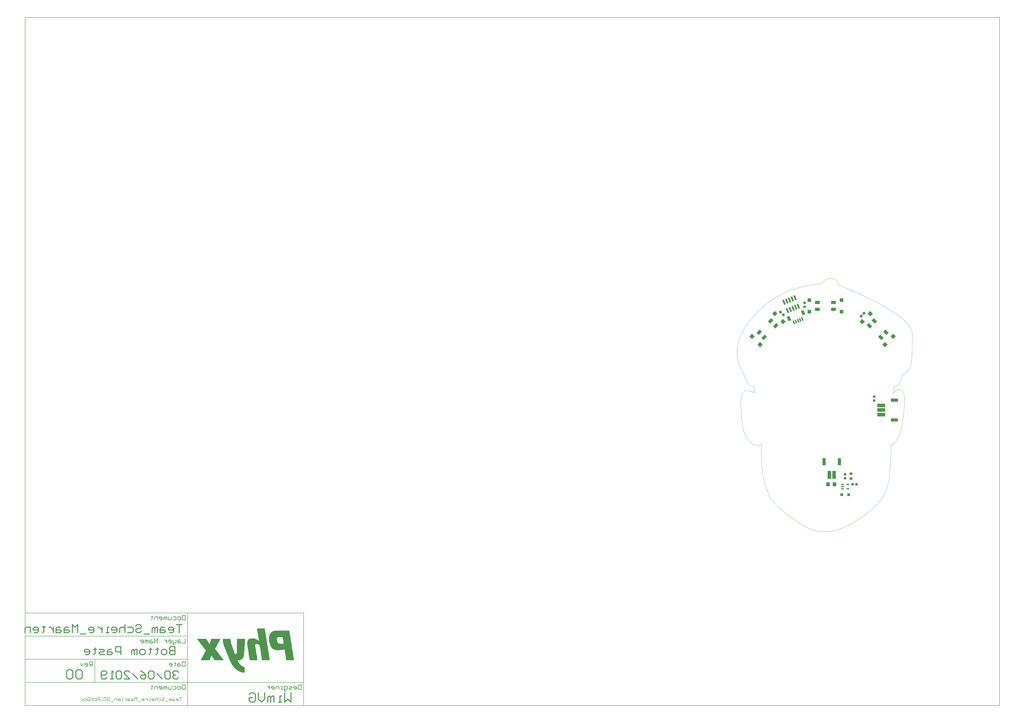
<source format=gbp>
G04*
G04 #@! TF.GenerationSoftware,Altium Limited,Altium Designer,18.1.11 (251)*
G04*
G04 Layer_Color=128*
%FSLAX25Y25*%
%MOIN*%
G70*
G01*
G75*
%ADD10C,0.00394*%
%ADD12C,0.00984*%
%ADD13C,0.00787*%
%ADD15C,0.01575*%
G04:AMPARAMS|DCode=37|XSize=39.37mil|YSize=43.31mil|CornerRadius=0mil|HoleSize=0mil|Usage=FLASHONLY|Rotation=315.000|XOffset=0mil|YOffset=0mil|HoleType=Round|Shape=Rectangle|*
%AMROTATEDRECTD37*
4,1,4,-0.02923,-0.00139,0.00139,0.02923,0.02923,0.00139,-0.00139,-0.02923,-0.02923,-0.00139,0.0*
%
%ADD37ROTATEDRECTD37*%

G04:AMPARAMS|DCode=65|XSize=39.37mil|YSize=43.31mil|CornerRadius=0mil|HoleSize=0mil|Usage=FLASHONLY|Rotation=225.000|XOffset=0mil|YOffset=0mil|HoleType=Round|Shape=Rectangle|*
%AMROTATEDRECTD65*
4,1,4,-0.00139,0.02923,0.02923,-0.00139,0.00139,-0.02923,-0.02923,0.00139,-0.00139,0.02923,0.0*
%
%ADD65ROTATEDRECTD65*%

%ADD68R,0.03937X0.04331*%
G04:AMPARAMS|DCode=70|XSize=78.74mil|YSize=55.12mil|CornerRadius=0mil|HoleSize=0mil|Usage=FLASHONLY|Rotation=315.000|XOffset=0mil|YOffset=0mil|HoleType=Round|Shape=Rectangle|*
%AMROTATEDRECTD70*
4,1,4,-0.04733,0.00835,-0.00835,0.04733,0.04733,-0.00835,0.00835,-0.04733,-0.04733,0.00835,0.0*
%
%ADD70ROTATEDRECTD70*%

G04:AMPARAMS|DCode=71|XSize=78.74mil|YSize=55.12mil|CornerRadius=0mil|HoleSize=0mil|Usage=FLASHONLY|Rotation=45.000|XOffset=0mil|YOffset=0mil|HoleType=Round|Shape=Rectangle|*
%AMROTATEDRECTD71*
4,1,4,-0.00835,-0.04733,-0.04733,-0.00835,0.00835,0.04733,0.04733,0.00835,-0.00835,-0.04733,0.0*
%
%ADD71ROTATEDRECTD71*%

%ADD72R,0.12205X0.05512*%
%ADD73R,0.13386X0.05906*%
%ADD74R,0.04921X0.04803*%
%ADD75R,0.04528X0.02362*%
%ADD76R,0.04331X0.03937*%
%ADD77R,0.05118X0.03937*%
%ADD78R,0.05512X0.12205*%
%ADD79R,0.05906X0.13386*%
%ADD80R,0.06299X0.07087*%
%ADD81R,0.07874X0.05512*%
%ADD82R,0.06299X0.06299*%
%ADD83P,0.08908X4X180.0*%
%ADD84P,0.08908X4X270.0*%
G04:AMPARAMS|DCode=107|XSize=47.24mil|YSize=78.74mil|CornerRadius=0mil|HoleSize=0mil|Usage=FLASHONLY|Rotation=202.500|XOffset=0mil|YOffset=0mil|HoleType=Round|Shape=Rectangle|*
%AMROTATEDRECTD107*
4,1,4,0.00676,0.04541,0.03689,-0.02733,-0.00676,-0.04541,-0.03689,0.02733,0.00676,0.04541,0.0*
%
%ADD107ROTATEDRECTD107*%

G04:AMPARAMS|DCode=108|XSize=23.62mil|YSize=61.02mil|CornerRadius=0mil|HoleSize=0mil|Usage=FLASHONLY|Rotation=22.500|XOffset=0mil|YOffset=0mil|HoleType=Round|Shape=Rectangle|*
%AMROTATEDRECTD108*
4,1,4,0.00076,-0.03271,-0.02259,0.02367,-0.00076,0.03271,0.02259,-0.02367,0.00076,-0.03271,0.0*
%
%ADD108ROTATEDRECTD108*%

G04:AMPARAMS|DCode=109|XSize=29.53mil|YSize=82.68mil|CornerRadius=0mil|HoleSize=0mil|Usage=FLASHONLY|Rotation=202.500|XOffset=0mil|YOffset=0mil|HoleType=Round|Shape=Rectangle|*
%AMROTATEDRECTD109*
4,1,4,-0.00218,0.04384,0.02946,-0.03254,0.00218,-0.04384,-0.02946,0.03254,-0.00218,0.04384,0.0*
%
%ADD109ROTATEDRECTD109*%

G36*
X131132Y-168112D02*
X129414D01*
Y-168399D01*
X128555D01*
Y-168685D01*
X127696D01*
Y-168971D01*
X126837D01*
Y-169258D01*
X126265D01*
Y-169544D01*
X125978D01*
Y-169830D01*
X125406D01*
Y-170117D01*
X125119D01*
Y-170403D01*
X124547D01*
Y-170689D01*
X124260D01*
Y-170975D01*
X123974D01*
Y-171262D01*
X123688D01*
Y-171548D01*
X123401D01*
Y-171834D01*
X123115D01*
Y-172121D01*
X122829D01*
Y-172407D01*
Y-172693D01*
X122543D01*
Y-172980D01*
X122256D01*
Y-173266D01*
Y-173552D01*
X121970D01*
Y-173839D01*
X121684D01*
Y-174125D01*
Y-174411D01*
X121397D01*
Y-174698D01*
Y-174984D01*
Y-175270D01*
X121111D01*
Y-175557D01*
Y-175843D01*
Y-176129D01*
X120825D01*
Y-176415D01*
Y-176702D01*
Y-176988D01*
Y-177274D01*
X120538D01*
Y-177561D01*
Y-177847D01*
Y-178133D01*
Y-178420D01*
Y-178706D01*
X120252D01*
Y-178992D01*
Y-179279D01*
Y-179565D01*
Y-179851D01*
Y-180138D01*
Y-180424D01*
Y-180710D01*
Y-180997D01*
Y-181283D01*
Y-181569D01*
Y-181855D01*
Y-182142D01*
Y-182428D01*
Y-182714D01*
Y-183001D01*
Y-183287D01*
Y-183573D01*
Y-183860D01*
Y-184146D01*
Y-184432D01*
X120538D01*
Y-184719D01*
Y-185005D01*
Y-185291D01*
Y-185577D01*
Y-185864D01*
Y-186150D01*
Y-186436D01*
X120825D01*
Y-186723D01*
Y-187009D01*
Y-187295D01*
Y-187582D01*
Y-187868D01*
X121111D01*
Y-188154D01*
Y-188441D01*
Y-188727D01*
Y-189013D01*
Y-189299D01*
X121397D01*
Y-189586D01*
Y-189872D01*
Y-190158D01*
X121684D01*
Y-190445D01*
Y-190731D01*
Y-191017D01*
Y-191304D01*
X121970D01*
Y-191590D01*
Y-191876D01*
Y-192163D01*
X122256D01*
Y-192449D01*
Y-192735D01*
X122543D01*
Y-193022D01*
Y-193308D01*
Y-193594D01*
X122829D01*
Y-193880D01*
Y-194167D01*
X123115D01*
Y-194453D01*
Y-194739D01*
X123401D01*
Y-195026D01*
Y-195312D01*
X123688D01*
Y-195598D01*
X123974D01*
Y-195885D01*
Y-196171D01*
X124260D01*
Y-196457D01*
X124547D01*
Y-196744D01*
X124833D01*
Y-197030D01*
Y-197316D01*
X125119D01*
Y-197603D01*
X125406D01*
Y-197889D01*
X125692D01*
Y-198175D01*
X125978D01*
Y-198461D01*
X126265D01*
Y-198748D01*
X126837D01*
Y-199034D01*
X127123D01*
Y-199320D01*
X127696D01*
Y-199607D01*
X127982D01*
Y-199893D01*
X128555D01*
Y-200179D01*
X129414D01*
Y-200466D01*
X130273D01*
Y-200752D01*
X131132D01*
Y-201038D01*
X132850D01*
Y-201325D01*
X138003D01*
Y-201038D01*
X140580D01*
Y-200752D01*
X142584D01*
Y-200466D01*
X144016D01*
Y-200179D01*
X145448D01*
Y-199893D01*
X146879D01*
Y-200179D01*
Y-200466D01*
Y-200752D01*
Y-201038D01*
Y-201325D01*
Y-201611D01*
Y-201897D01*
X147165D01*
Y-202184D01*
Y-202470D01*
Y-202756D01*
Y-203043D01*
Y-203329D01*
Y-203615D01*
X147452D01*
Y-203902D01*
Y-204188D01*
Y-204474D01*
Y-204760D01*
Y-205047D01*
Y-205333D01*
X147738D01*
Y-205619D01*
Y-205906D01*
Y-206192D01*
Y-206478D01*
Y-206765D01*
Y-207051D01*
Y-207337D01*
X148024D01*
Y-207624D01*
Y-207910D01*
Y-208196D01*
Y-208483D01*
Y-208769D01*
Y-209055D01*
X148311D01*
Y-209341D01*
Y-209628D01*
Y-209914D01*
Y-210200D01*
Y-210487D01*
Y-210773D01*
X148597D01*
Y-211059D01*
Y-211346D01*
Y-211632D01*
Y-211918D01*
Y-212205D01*
Y-212491D01*
Y-212777D01*
X148883D01*
Y-213064D01*
Y-213350D01*
Y-213636D01*
Y-213922D01*
Y-214209D01*
Y-214495D01*
X149170D01*
Y-214781D01*
Y-215068D01*
Y-215354D01*
Y-215640D01*
Y-215927D01*
Y-216213D01*
X149456D01*
Y-216499D01*
Y-216786D01*
Y-217072D01*
Y-217358D01*
Y-217645D01*
Y-217931D01*
Y-218217D01*
X162913D01*
Y-217931D01*
X162626D01*
Y-217645D01*
Y-217358D01*
Y-217072D01*
Y-216786D01*
Y-216499D01*
X162340D01*
Y-216213D01*
Y-215927D01*
Y-215640D01*
Y-215354D01*
Y-215068D01*
Y-214781D01*
Y-214495D01*
X162054D01*
Y-214209D01*
Y-213922D01*
Y-213636D01*
Y-213350D01*
Y-213064D01*
Y-212777D01*
X161767D01*
Y-212491D01*
Y-212205D01*
Y-211918D01*
Y-211632D01*
Y-211346D01*
Y-211059D01*
X161481D01*
Y-210773D01*
Y-210487D01*
Y-210200D01*
Y-209914D01*
Y-209628D01*
Y-209341D01*
Y-209055D01*
X161195D01*
Y-208769D01*
Y-208483D01*
Y-208196D01*
Y-207910D01*
Y-207624D01*
Y-207337D01*
X160908D01*
Y-207051D01*
Y-206765D01*
Y-206478D01*
Y-206192D01*
Y-205906D01*
Y-205619D01*
X160622D01*
Y-205333D01*
Y-205047D01*
Y-204760D01*
Y-204474D01*
Y-204188D01*
Y-203902D01*
X160336D01*
Y-203615D01*
Y-203329D01*
Y-203043D01*
Y-202756D01*
Y-202470D01*
Y-202184D01*
Y-201897D01*
X160049D01*
Y-201611D01*
Y-201325D01*
Y-201038D01*
Y-200752D01*
Y-200466D01*
Y-200179D01*
X159763D01*
Y-199893D01*
Y-199607D01*
Y-199320D01*
Y-199034D01*
Y-198748D01*
Y-198461D01*
X159477D01*
Y-198175D01*
Y-197889D01*
Y-197603D01*
Y-197316D01*
Y-197030D01*
Y-196744D01*
X159191D01*
Y-196457D01*
Y-196171D01*
Y-195885D01*
Y-195598D01*
Y-195312D01*
Y-195026D01*
Y-194739D01*
X158904D01*
Y-194453D01*
Y-194167D01*
Y-193880D01*
Y-193594D01*
Y-193308D01*
Y-193022D01*
X158618D01*
Y-192735D01*
Y-192449D01*
Y-192163D01*
Y-191876D01*
Y-191590D01*
Y-191304D01*
X158332D01*
Y-191017D01*
Y-190731D01*
Y-190445D01*
Y-190158D01*
Y-189872D01*
Y-189586D01*
Y-189299D01*
X158045D01*
Y-189013D01*
Y-188727D01*
Y-188441D01*
Y-188154D01*
Y-187868D01*
Y-187582D01*
X157759D01*
Y-187295D01*
Y-187009D01*
Y-186723D01*
Y-186436D01*
Y-186150D01*
Y-185864D01*
X157473D01*
Y-185577D01*
Y-185291D01*
Y-185005D01*
Y-184719D01*
Y-184432D01*
Y-184146D01*
X157186D01*
Y-183860D01*
Y-183573D01*
Y-183287D01*
Y-183001D01*
Y-182714D01*
Y-182428D01*
Y-182142D01*
X156900D01*
Y-181855D01*
Y-181569D01*
Y-181283D01*
Y-180997D01*
Y-180710D01*
Y-180424D01*
X156614D01*
Y-180138D01*
Y-179851D01*
Y-179565D01*
Y-179279D01*
Y-178992D01*
Y-178706D01*
X156327D01*
Y-178420D01*
Y-178133D01*
Y-177847D01*
Y-177561D01*
Y-177274D01*
Y-176988D01*
Y-176702D01*
X156041D01*
Y-176415D01*
Y-176129D01*
Y-175843D01*
Y-175557D01*
Y-175270D01*
Y-174984D01*
X155755D01*
Y-174698D01*
Y-174411D01*
Y-174125D01*
Y-173839D01*
Y-173552D01*
Y-173266D01*
X155468D01*
Y-172980D01*
Y-172693D01*
Y-172407D01*
Y-172121D01*
Y-171834D01*
Y-171548D01*
Y-171262D01*
X155182D01*
Y-170975D01*
Y-170689D01*
Y-170403D01*
Y-170117D01*
Y-169830D01*
Y-169544D01*
X154896D01*
Y-169258D01*
Y-168971D01*
Y-168685D01*
Y-168399D01*
Y-168112D01*
Y-167826D01*
X131132D01*
Y-168112D01*
D02*
G37*
G36*
X99924Y-164677D02*
Y-164963D01*
X100210D01*
Y-165249D01*
Y-165535D01*
Y-165822D01*
Y-166108D01*
Y-166394D01*
Y-166681D01*
X100496D01*
Y-166967D01*
Y-167253D01*
Y-167540D01*
Y-167826D01*
Y-168112D01*
Y-168399D01*
X100783D01*
Y-168685D01*
Y-168971D01*
Y-169258D01*
Y-169544D01*
Y-169830D01*
Y-170117D01*
Y-170403D01*
X101069D01*
Y-170689D01*
Y-170975D01*
Y-171262D01*
Y-171548D01*
Y-171834D01*
Y-172121D01*
X101355D01*
Y-172407D01*
Y-172693D01*
Y-172980D01*
Y-173266D01*
Y-173552D01*
Y-173839D01*
X101642D01*
Y-174125D01*
Y-174411D01*
Y-174698D01*
Y-174984D01*
Y-175270D01*
Y-175557D01*
Y-175843D01*
X101928D01*
Y-176129D01*
Y-176415D01*
Y-176702D01*
Y-176988D01*
Y-177274D01*
Y-177561D01*
X102214D01*
Y-177847D01*
Y-178133D01*
Y-178420D01*
Y-178706D01*
Y-178992D01*
Y-179279D01*
X102501D01*
Y-179565D01*
Y-179851D01*
Y-180138D01*
Y-180424D01*
Y-180710D01*
Y-180997D01*
X102787D01*
Y-181283D01*
Y-181569D01*
Y-181855D01*
Y-182142D01*
Y-182428D01*
Y-182714D01*
Y-183001D01*
X103073D01*
Y-183287D01*
Y-183573D01*
Y-183860D01*
Y-184146D01*
Y-184432D01*
Y-184719D01*
X103360D01*
Y-185005D01*
Y-185291D01*
X102787D01*
Y-185005D01*
X102501D01*
Y-184719D01*
X102214D01*
Y-184432D01*
X101642D01*
Y-184146D01*
X101355D01*
Y-183860D01*
X101069D01*
Y-183573D01*
X100496D01*
Y-183287D01*
X99924D01*
Y-183001D01*
X99638D01*
Y-182714D01*
X99065D01*
Y-182428D01*
X98206D01*
Y-182142D01*
X97633D01*
Y-181855D01*
X96774D01*
Y-181569D01*
X95343D01*
Y-181283D01*
X89044D01*
Y-181569D01*
X87899D01*
Y-181855D01*
X87040D01*
Y-182142D01*
X86467D01*
Y-182428D01*
X86181D01*
Y-182714D01*
X85608D01*
Y-183001D01*
X85322D01*
Y-183287D01*
X85036D01*
Y-183573D01*
X84749D01*
Y-183860D01*
X84463D01*
Y-184146D01*
Y-184432D01*
X84177D01*
Y-184719D01*
Y-185005D01*
X83890D01*
Y-185291D01*
Y-185577D01*
Y-185864D01*
X83604D01*
Y-186150D01*
Y-186436D01*
Y-186723D01*
Y-187009D01*
X83318D01*
Y-187295D01*
Y-187582D01*
Y-187868D01*
Y-188154D01*
Y-188441D01*
Y-188727D01*
Y-189013D01*
Y-189299D01*
Y-189586D01*
Y-189872D01*
Y-190158D01*
Y-190445D01*
Y-190731D01*
Y-191017D01*
Y-191304D01*
Y-191590D01*
Y-191876D01*
Y-192163D01*
X83604D01*
Y-192449D01*
Y-192735D01*
Y-193022D01*
Y-193308D01*
Y-193594D01*
Y-193880D01*
Y-194167D01*
X83890D01*
Y-194453D01*
Y-194739D01*
Y-195026D01*
Y-195312D01*
Y-195598D01*
Y-195885D01*
Y-196171D01*
X84177D01*
Y-196457D01*
Y-196744D01*
Y-197030D01*
Y-197316D01*
Y-197603D01*
Y-197889D01*
X84463D01*
Y-198175D01*
Y-198461D01*
Y-198748D01*
Y-199034D01*
Y-199320D01*
Y-199607D01*
X84749D01*
Y-199893D01*
Y-200179D01*
Y-200466D01*
Y-200752D01*
Y-201038D01*
Y-201325D01*
X85036D01*
Y-201611D01*
Y-201897D01*
Y-202184D01*
Y-202470D01*
Y-202756D01*
Y-203043D01*
Y-203329D01*
X85322D01*
Y-203615D01*
Y-203902D01*
Y-204188D01*
Y-204474D01*
Y-204760D01*
Y-205047D01*
X85608D01*
Y-205333D01*
Y-205619D01*
Y-205906D01*
Y-206192D01*
Y-206478D01*
Y-206765D01*
X85895D01*
Y-207051D01*
Y-207337D01*
Y-207624D01*
Y-207910D01*
Y-208196D01*
Y-208483D01*
Y-208769D01*
X86181D01*
Y-209055D01*
Y-209341D01*
Y-209628D01*
Y-209914D01*
Y-210200D01*
Y-210487D01*
X86467D01*
Y-210773D01*
Y-211059D01*
Y-211346D01*
Y-211632D01*
Y-211918D01*
Y-212205D01*
X86753D01*
Y-212491D01*
Y-212777D01*
Y-213064D01*
Y-213350D01*
Y-213636D01*
Y-213922D01*
X87040D01*
Y-214209D01*
Y-214495D01*
Y-214781D01*
Y-215068D01*
Y-215354D01*
Y-215640D01*
Y-215927D01*
X87326D01*
Y-216213D01*
Y-216499D01*
Y-216786D01*
Y-217072D01*
Y-217358D01*
Y-217645D01*
X87612D01*
Y-217931D01*
Y-218217D01*
X100783D01*
Y-217931D01*
Y-217645D01*
X100496D01*
Y-217358D01*
Y-217072D01*
Y-216786D01*
Y-216499D01*
Y-216213D01*
Y-215927D01*
X100210D01*
Y-215640D01*
Y-215354D01*
Y-215068D01*
Y-214781D01*
Y-214495D01*
Y-214209D01*
Y-213922D01*
X99924D01*
Y-213636D01*
Y-213350D01*
Y-213064D01*
Y-212777D01*
Y-212491D01*
Y-212205D01*
X99638D01*
Y-211918D01*
Y-211632D01*
Y-211346D01*
Y-211059D01*
Y-210773D01*
Y-210487D01*
X99351D01*
Y-210200D01*
Y-209914D01*
Y-209628D01*
Y-209341D01*
Y-209055D01*
Y-208769D01*
Y-208483D01*
X99065D01*
Y-208196D01*
Y-207910D01*
Y-207624D01*
Y-207337D01*
Y-207051D01*
Y-206765D01*
X98778D01*
Y-206478D01*
Y-206192D01*
Y-205906D01*
Y-205619D01*
Y-205333D01*
Y-205047D01*
Y-204760D01*
X98492D01*
Y-204474D01*
Y-204188D01*
Y-203902D01*
Y-203615D01*
Y-203329D01*
Y-203043D01*
X98206D01*
Y-202756D01*
Y-202470D01*
Y-202184D01*
Y-201897D01*
Y-201611D01*
Y-201325D01*
X97920D01*
Y-201038D01*
Y-200752D01*
Y-200466D01*
Y-200179D01*
Y-199893D01*
Y-199607D01*
X97633D01*
Y-199320D01*
Y-199034D01*
Y-198748D01*
Y-198461D01*
Y-198175D01*
Y-197889D01*
Y-197603D01*
X97347D01*
Y-197316D01*
Y-197030D01*
Y-196744D01*
Y-196457D01*
Y-196171D01*
Y-195885D01*
X97061D01*
Y-195598D01*
Y-195312D01*
Y-195026D01*
Y-194739D01*
Y-194453D01*
Y-194167D01*
Y-193880D01*
X96774D01*
Y-193594D01*
Y-193308D01*
Y-193022D01*
Y-192735D01*
Y-192449D01*
Y-192163D01*
X97061D01*
Y-191876D01*
Y-191590D01*
X97347D01*
Y-191304D01*
X97633D01*
Y-191017D01*
X98206D01*
Y-190731D01*
X99924D01*
Y-191017D01*
X101355D01*
Y-191304D01*
X102214D01*
Y-191590D01*
X102787D01*
Y-191876D01*
X103073D01*
Y-192163D01*
X103646D01*
Y-192449D01*
X103932D01*
Y-192735D01*
X104218D01*
Y-193022D01*
Y-193308D01*
X104505D01*
Y-193594D01*
Y-193880D01*
Y-194167D01*
X104791D01*
Y-194453D01*
Y-194739D01*
Y-195026D01*
Y-195312D01*
Y-195598D01*
Y-195885D01*
X105077D01*
Y-196171D01*
Y-196457D01*
Y-196744D01*
Y-197030D01*
Y-197316D01*
Y-197603D01*
Y-197889D01*
X105364D01*
Y-198175D01*
Y-198461D01*
Y-198748D01*
Y-199034D01*
Y-199320D01*
Y-199607D01*
X105650D01*
Y-199893D01*
Y-200179D01*
Y-200466D01*
Y-200752D01*
Y-201038D01*
Y-201325D01*
X105936D01*
Y-201611D01*
Y-201897D01*
Y-202184D01*
Y-202470D01*
Y-202756D01*
Y-203043D01*
X106223D01*
Y-203329D01*
Y-203615D01*
Y-203902D01*
Y-204188D01*
Y-204474D01*
Y-204760D01*
Y-205047D01*
X106509D01*
Y-205333D01*
Y-205619D01*
Y-205906D01*
Y-206192D01*
Y-206478D01*
Y-206765D01*
X106795D01*
Y-207051D01*
Y-207337D01*
Y-207624D01*
Y-207910D01*
Y-208196D01*
Y-208483D01*
X107082D01*
Y-208769D01*
Y-209055D01*
Y-209341D01*
Y-209628D01*
Y-209914D01*
Y-210200D01*
Y-210487D01*
X107368D01*
Y-210773D01*
Y-211059D01*
Y-211346D01*
Y-211632D01*
Y-211918D01*
Y-212205D01*
X107654D01*
Y-212491D01*
Y-212777D01*
Y-213064D01*
Y-213350D01*
Y-213636D01*
Y-213922D01*
X107941D01*
Y-214209D01*
Y-214495D01*
Y-214781D01*
Y-215068D01*
Y-215354D01*
Y-215640D01*
X108227D01*
Y-215927D01*
Y-216213D01*
Y-216499D01*
Y-216786D01*
Y-217072D01*
Y-217358D01*
Y-217645D01*
X108513D01*
Y-217931D01*
Y-218217D01*
X121684D01*
Y-217931D01*
Y-217645D01*
X121397D01*
Y-217358D01*
Y-217072D01*
Y-216786D01*
Y-216499D01*
Y-216213D01*
Y-215927D01*
Y-215640D01*
X121111D01*
Y-215354D01*
Y-215068D01*
Y-214781D01*
Y-214495D01*
Y-214209D01*
Y-213922D01*
X120825D01*
Y-213636D01*
Y-213350D01*
Y-213064D01*
Y-212777D01*
Y-212491D01*
Y-212205D01*
X120538D01*
Y-211918D01*
Y-211632D01*
Y-211346D01*
Y-211059D01*
Y-210773D01*
Y-210487D01*
Y-210200D01*
X120252D01*
Y-209914D01*
Y-209628D01*
Y-209341D01*
Y-209055D01*
Y-208769D01*
Y-208483D01*
X119966D01*
Y-208196D01*
Y-207910D01*
Y-207624D01*
Y-207337D01*
Y-207051D01*
Y-206765D01*
X119679D01*
Y-206478D01*
Y-206192D01*
Y-205906D01*
Y-205619D01*
Y-205333D01*
Y-205047D01*
X119393D01*
Y-204760D01*
Y-204474D01*
Y-204188D01*
Y-203902D01*
Y-203615D01*
Y-203329D01*
Y-203043D01*
X119107D01*
Y-202756D01*
Y-202470D01*
Y-202184D01*
Y-201897D01*
Y-201611D01*
Y-201325D01*
X118821D01*
Y-201038D01*
Y-200752D01*
Y-200466D01*
Y-200179D01*
Y-199893D01*
Y-199607D01*
X118534D01*
Y-199320D01*
Y-199034D01*
Y-198748D01*
Y-198461D01*
Y-198175D01*
Y-197889D01*
Y-197603D01*
X118248D01*
Y-197316D01*
Y-197030D01*
Y-196744D01*
Y-196457D01*
Y-196171D01*
Y-195885D01*
X117962D01*
Y-195598D01*
Y-195312D01*
Y-195026D01*
Y-194739D01*
Y-194453D01*
Y-194167D01*
X117675D01*
Y-193880D01*
Y-193594D01*
Y-193308D01*
Y-193022D01*
Y-192735D01*
Y-192449D01*
X117389D01*
Y-192163D01*
Y-191876D01*
Y-191590D01*
Y-191304D01*
Y-191017D01*
Y-190731D01*
Y-190445D01*
X117103D01*
Y-190158D01*
Y-189872D01*
Y-189586D01*
Y-189299D01*
Y-189013D01*
Y-188727D01*
X116816D01*
Y-188441D01*
Y-188154D01*
Y-187868D01*
Y-187582D01*
Y-187295D01*
Y-187009D01*
X116530D01*
Y-186723D01*
Y-186436D01*
Y-186150D01*
Y-185864D01*
Y-185577D01*
Y-185291D01*
X116244D01*
Y-185005D01*
Y-184719D01*
Y-184432D01*
Y-184146D01*
Y-183860D01*
Y-183573D01*
Y-183287D01*
X115957D01*
Y-183001D01*
Y-182714D01*
Y-182428D01*
Y-182142D01*
Y-181855D01*
Y-181569D01*
X115671D01*
Y-181283D01*
Y-180997D01*
Y-180710D01*
Y-180424D01*
Y-180138D01*
Y-179851D01*
X115385D01*
Y-179565D01*
Y-179279D01*
Y-178992D01*
Y-178706D01*
Y-178420D01*
Y-178133D01*
Y-177847D01*
X115098D01*
Y-177561D01*
Y-177274D01*
Y-176988D01*
Y-176702D01*
Y-176415D01*
Y-176129D01*
X114812D01*
Y-175843D01*
Y-175557D01*
Y-175270D01*
Y-174984D01*
Y-174698D01*
Y-174411D01*
X114526D01*
Y-174125D01*
Y-173839D01*
Y-173552D01*
Y-173266D01*
Y-172980D01*
Y-172693D01*
X114240D01*
Y-172407D01*
Y-172121D01*
Y-171834D01*
Y-171548D01*
Y-171262D01*
Y-170975D01*
Y-170689D01*
X113953D01*
Y-170403D01*
Y-170117D01*
Y-169830D01*
Y-169544D01*
Y-169258D01*
Y-168971D01*
X113667D01*
Y-168685D01*
Y-168399D01*
Y-168112D01*
Y-167826D01*
Y-167540D01*
Y-167253D01*
X113381D01*
Y-166967D01*
Y-166681D01*
Y-166394D01*
Y-166108D01*
Y-165822D01*
Y-165535D01*
Y-165249D01*
X113094D01*
Y-164963D01*
Y-164677D01*
Y-164390D01*
X99924D01*
Y-164677D01*
D02*
G37*
G36*
X-2004Y-182142D02*
X-1717D01*
Y-182428D01*
X-1431D01*
Y-182714D01*
Y-183001D01*
X-1145D01*
Y-183287D01*
X-858D01*
Y-183573D01*
X-572D01*
Y-183860D01*
Y-184146D01*
X-286D01*
Y-184432D01*
X1D01*
Y-184719D01*
X287D01*
Y-185005D01*
X573D01*
Y-185291D01*
Y-185577D01*
X860D01*
Y-185864D01*
X1146D01*
Y-186150D01*
X1432D01*
Y-186436D01*
Y-186723D01*
X1719D01*
Y-187009D01*
X2005D01*
Y-187295D01*
X2291D01*
Y-187582D01*
X2577D01*
Y-187868D01*
Y-188154D01*
X2864D01*
Y-188441D01*
X3150D01*
Y-188727D01*
X3436D01*
Y-189013D01*
Y-189299D01*
X3723D01*
Y-189586D01*
X4009D01*
Y-189872D01*
X4295D01*
Y-190158D01*
Y-190445D01*
X4582D01*
Y-190731D01*
X4868D01*
Y-191017D01*
X5154D01*
Y-191304D01*
X5441D01*
Y-191590D01*
Y-191876D01*
X5727D01*
Y-192163D01*
X6013D01*
Y-192449D01*
X6300D01*
Y-192735D01*
Y-193022D01*
X6586D01*
Y-193308D01*
X6872D01*
Y-193594D01*
X7158D01*
Y-193880D01*
Y-194167D01*
X7445D01*
Y-194453D01*
X7731D01*
Y-194739D01*
X8017D01*
Y-195026D01*
X8304D01*
Y-195312D01*
Y-195598D01*
X8590D01*
Y-195885D01*
X8876D01*
Y-196171D01*
X9163D01*
Y-196457D01*
Y-196744D01*
X9449D01*
Y-197030D01*
X9735D01*
Y-197316D01*
X10022D01*
Y-197603D01*
Y-197889D01*
X10308D01*
Y-198175D01*
X10594D01*
Y-198461D01*
X10881D01*
Y-198748D01*
X11167D01*
Y-199034D01*
Y-199320D01*
X11453D01*
Y-199607D01*
X11739D01*
Y-199893D01*
X12026D01*
Y-200179D01*
Y-200466D01*
X12312D01*
Y-200752D01*
X12598D01*
Y-201038D01*
X12885D01*
Y-201325D01*
X13171D01*
Y-201611D01*
Y-201897D01*
X12885D01*
Y-202184D01*
Y-202470D01*
X12598D01*
Y-202756D01*
Y-203043D01*
X12312D01*
Y-203329D01*
X12026D01*
Y-203615D01*
Y-203902D01*
X11739D01*
Y-204188D01*
Y-204474D01*
X11453D01*
Y-204760D01*
Y-205047D01*
X11167D01*
Y-205333D01*
Y-205619D01*
X10881D01*
Y-205906D01*
Y-206192D01*
X10594D01*
Y-206478D01*
Y-206765D01*
X10308D01*
Y-207051D01*
Y-207337D01*
X10022D01*
Y-207624D01*
Y-207910D01*
X9735D01*
Y-208196D01*
X9449D01*
Y-208483D01*
Y-208769D01*
X9163D01*
Y-209055D01*
Y-209341D01*
X8876D01*
Y-209628D01*
Y-209914D01*
X8590D01*
Y-210200D01*
Y-210487D01*
X8304D01*
Y-210773D01*
Y-211059D01*
X8017D01*
Y-211346D01*
Y-211632D01*
X7731D01*
Y-211918D01*
Y-212205D01*
X7445D01*
Y-212491D01*
X7158D01*
Y-212777D01*
Y-213064D01*
X6872D01*
Y-213350D01*
Y-213636D01*
X6586D01*
Y-213922D01*
Y-214209D01*
X6300D01*
Y-214495D01*
Y-214781D01*
X6013D01*
Y-215068D01*
Y-215354D01*
X5727D01*
Y-215640D01*
Y-215927D01*
X5441D01*
Y-216213D01*
Y-216499D01*
X5154D01*
Y-216786D01*
X4868D01*
Y-217072D01*
Y-217358D01*
X4582D01*
Y-217645D01*
Y-217931D01*
X4295D01*
Y-218217D01*
X19470D01*
Y-217931D01*
X19756D01*
Y-217645D01*
Y-217358D01*
Y-217072D01*
X20042D01*
Y-216786D01*
Y-216499D01*
Y-216213D01*
X20329D01*
Y-215927D01*
Y-215640D01*
X20615D01*
Y-215354D01*
Y-215068D01*
Y-214781D01*
X20901D01*
Y-214495D01*
Y-214209D01*
Y-213922D01*
X21188D01*
Y-213636D01*
Y-213350D01*
X21474D01*
Y-213064D01*
Y-212777D01*
Y-212491D01*
X21760D01*
Y-212205D01*
Y-211918D01*
Y-211632D01*
X22047D01*
Y-211346D01*
Y-211059D01*
Y-210773D01*
X22333D01*
Y-210487D01*
X22906D01*
Y-210773D01*
Y-211059D01*
X23192D01*
Y-211346D01*
X23478D01*
Y-211632D01*
Y-211918D01*
X23765D01*
Y-212205D01*
X24051D01*
Y-212491D01*
Y-212777D01*
X24337D01*
Y-213064D01*
X24623D01*
Y-213350D01*
Y-213636D01*
X24910D01*
Y-213922D01*
X25196D01*
Y-214209D01*
X25482D01*
Y-214495D01*
Y-214781D01*
X25769D01*
Y-215068D01*
X26055D01*
Y-215354D01*
Y-215640D01*
X26341D01*
Y-215927D01*
X26628D01*
Y-216213D01*
Y-216499D01*
X26914D01*
Y-216786D01*
X27200D01*
Y-217072D01*
Y-217358D01*
X27487D01*
Y-217645D01*
X27773D01*
Y-217931D01*
Y-218217D01*
X43806D01*
Y-217931D01*
X43520D01*
Y-217645D01*
X43234D01*
Y-217358D01*
X42948D01*
Y-217072D01*
X42661D01*
Y-216786D01*
Y-216499D01*
X42375D01*
Y-216213D01*
X42089D01*
Y-215927D01*
X41802D01*
Y-215640D01*
X41516D01*
Y-215354D01*
Y-215068D01*
X41230D01*
Y-214781D01*
X40943D01*
Y-214495D01*
X40657D01*
Y-214209D01*
Y-213922D01*
X40371D01*
Y-213636D01*
X40084D01*
Y-213350D01*
X39798D01*
Y-213064D01*
X39512D01*
Y-212777D01*
Y-212491D01*
X39226D01*
Y-212205D01*
X38939D01*
Y-211918D01*
X38653D01*
Y-211632D01*
X38366D01*
Y-211346D01*
Y-211059D01*
X38080D01*
Y-210773D01*
X37794D01*
Y-210487D01*
X37508D01*
Y-210200D01*
Y-209914D01*
X37221D01*
Y-209628D01*
X36935D01*
Y-209341D01*
X36649D01*
Y-209055D01*
X36362D01*
Y-208769D01*
Y-208483D01*
X36076D01*
Y-208196D01*
X35790D01*
Y-207910D01*
X35503D01*
Y-207624D01*
Y-207337D01*
X35217D01*
Y-207051D01*
X34931D01*
Y-206765D01*
X34644D01*
Y-206478D01*
X34358D01*
Y-206192D01*
Y-205906D01*
X34072D01*
Y-205619D01*
X33786D01*
Y-205333D01*
X33499D01*
Y-205047D01*
Y-204760D01*
X33213D01*
Y-204474D01*
X32927D01*
Y-204188D01*
X32640D01*
Y-203902D01*
X32354D01*
Y-203615D01*
Y-203329D01*
X32068D01*
Y-203043D01*
X31781D01*
Y-202756D01*
X31495D01*
Y-202470D01*
X31209D01*
Y-202184D01*
Y-201897D01*
X30922D01*
Y-201611D01*
X30636D01*
Y-201325D01*
X30350D01*
Y-201038D01*
Y-200752D01*
X30064D01*
Y-200466D01*
X29777D01*
Y-200179D01*
X29491D01*
Y-199893D01*
X29204D01*
Y-199607D01*
Y-199320D01*
X28918D01*
Y-199034D01*
Y-198748D01*
Y-198461D01*
X29204D01*
Y-198175D01*
X29491D01*
Y-197889D01*
Y-197603D01*
X29777D01*
Y-197316D01*
Y-197030D01*
X30064D01*
Y-196744D01*
Y-196457D01*
X30350D01*
Y-196171D01*
Y-195885D01*
X30636D01*
Y-195598D01*
Y-195312D01*
X30922D01*
Y-195026D01*
Y-194739D01*
X31209D01*
Y-194453D01*
X31495D01*
Y-194167D01*
Y-193880D01*
X31781D01*
Y-193594D01*
Y-193308D01*
X32068D01*
Y-193022D01*
Y-192735D01*
X32354D01*
Y-192449D01*
Y-192163D01*
X32640D01*
Y-191876D01*
Y-191590D01*
X32927D01*
Y-191304D01*
Y-191017D01*
X33213D01*
Y-190731D01*
X33499D01*
Y-190445D01*
Y-190158D01*
X33786D01*
Y-189872D01*
Y-189586D01*
X34072D01*
Y-189299D01*
Y-189013D01*
X34358D01*
Y-188727D01*
Y-188441D01*
X34644D01*
Y-188154D01*
Y-187868D01*
X34931D01*
Y-187582D01*
Y-187295D01*
X35217D01*
Y-187009D01*
Y-186723D01*
X35503D01*
Y-186436D01*
X35790D01*
Y-186150D01*
Y-185864D01*
X36076D01*
Y-185577D01*
Y-185291D01*
X36362D01*
Y-185005D01*
Y-184719D01*
X36649D01*
Y-184432D01*
Y-184146D01*
X36935D01*
Y-183860D01*
Y-183573D01*
X37221D01*
Y-183287D01*
Y-183001D01*
X37508D01*
Y-182714D01*
X37794D01*
Y-182428D01*
Y-182142D01*
X38080D01*
Y-181855D01*
X22333D01*
Y-182142D01*
X22047D01*
Y-182428D01*
Y-182714D01*
Y-183001D01*
X21760D01*
Y-183287D01*
Y-183573D01*
Y-183860D01*
X21474D01*
Y-184146D01*
Y-184432D01*
Y-184719D01*
X21188D01*
Y-185005D01*
Y-185291D01*
Y-185577D01*
X20901D01*
Y-185864D01*
Y-186150D01*
Y-186436D01*
X20615D01*
Y-186723D01*
Y-187009D01*
Y-187295D01*
X20329D01*
Y-187582D01*
Y-187868D01*
Y-188154D01*
X20042D01*
Y-188441D01*
Y-188727D01*
Y-189013D01*
X19756D01*
Y-189299D01*
Y-189586D01*
Y-189872D01*
Y-190158D01*
X19184D01*
Y-189872D01*
X18897D01*
Y-189586D01*
X18611D01*
Y-189299D01*
Y-189013D01*
X18325D01*
Y-188727D01*
X18038D01*
Y-188441D01*
Y-188154D01*
X17752D01*
Y-187868D01*
X17466D01*
Y-187582D01*
Y-187295D01*
X17179D01*
Y-187009D01*
X16893D01*
Y-186723D01*
Y-186436D01*
X16607D01*
Y-186150D01*
X16320D01*
Y-185864D01*
Y-185577D01*
X16034D01*
Y-185291D01*
X15748D01*
Y-185005D01*
Y-184719D01*
X15461D01*
Y-184432D01*
X15175D01*
Y-184146D01*
Y-183860D01*
X14889D01*
Y-183573D01*
X14603D01*
Y-183287D01*
Y-183001D01*
X14316D01*
Y-182714D01*
X14030D01*
Y-182428D01*
Y-182142D01*
X13744D01*
Y-181855D01*
X-2004D01*
Y-182142D01*
D02*
G37*
G36*
X42089D02*
Y-182428D01*
Y-182714D01*
Y-183001D01*
Y-183287D01*
Y-183573D01*
Y-183860D01*
Y-184146D01*
Y-184432D01*
Y-184719D01*
Y-185005D01*
Y-185291D01*
Y-185577D01*
Y-185864D01*
Y-186150D01*
Y-186436D01*
Y-186723D01*
Y-187009D01*
Y-187295D01*
Y-187582D01*
Y-187868D01*
X42375D01*
Y-188154D01*
Y-188441D01*
Y-188727D01*
Y-189013D01*
Y-189299D01*
X42661D01*
Y-189586D01*
Y-189872D01*
Y-190158D01*
Y-190445D01*
X42948D01*
Y-190731D01*
Y-191017D01*
Y-191304D01*
Y-191590D01*
X43234D01*
Y-191876D01*
Y-192163D01*
Y-192449D01*
X43520D01*
Y-192735D01*
Y-193022D01*
Y-193308D01*
X43806D01*
Y-193594D01*
Y-193880D01*
Y-194167D01*
X44093D01*
Y-194453D01*
Y-194739D01*
Y-195026D01*
X44379D01*
Y-195312D01*
Y-195598D01*
X44665D01*
Y-195885D01*
Y-196171D01*
X44952D01*
Y-196457D01*
Y-196744D01*
Y-197030D01*
X45238D01*
Y-197316D01*
Y-197603D01*
X45524D01*
Y-197889D01*
Y-198175D01*
Y-198461D01*
X45811D01*
Y-198748D01*
Y-199034D01*
X46097D01*
Y-199320D01*
Y-199607D01*
Y-199893D01*
X46383D01*
Y-200179D01*
Y-200466D01*
X46670D01*
Y-200752D01*
Y-201038D01*
Y-201325D01*
X46956D01*
Y-201611D01*
Y-201897D01*
X47242D01*
Y-202184D01*
Y-202470D01*
Y-202756D01*
X47529D01*
Y-203043D01*
Y-203329D01*
X47815D01*
Y-203615D01*
Y-203902D01*
Y-204188D01*
X48101D01*
Y-204474D01*
Y-204760D01*
X48388D01*
Y-205047D01*
Y-205333D01*
Y-205619D01*
X48674D01*
Y-205906D01*
Y-206192D01*
X48960D01*
Y-206478D01*
Y-206765D01*
Y-207051D01*
X49246D01*
Y-207337D01*
Y-207624D01*
X49533D01*
Y-207910D01*
Y-208196D01*
Y-208483D01*
X49819D01*
Y-208769D01*
Y-209055D01*
X50105D01*
Y-209341D01*
Y-209628D01*
Y-209914D01*
X50392D01*
Y-210200D01*
Y-210487D01*
X50678D01*
Y-210773D01*
Y-211059D01*
Y-211346D01*
X50964D01*
Y-211632D01*
Y-211918D01*
X51251D01*
Y-212205D01*
Y-212491D01*
Y-212777D01*
X51537D01*
Y-213064D01*
Y-213350D01*
X51823D01*
Y-213636D01*
Y-213922D01*
Y-214209D01*
X52110D01*
Y-214495D01*
Y-214781D01*
X52396D01*
Y-215068D01*
Y-215354D01*
Y-215640D01*
X52682D01*
Y-215927D01*
Y-216213D01*
X52969D01*
Y-216499D01*
Y-216786D01*
Y-217072D01*
X53255D01*
Y-217358D01*
Y-217645D01*
X53541D01*
Y-217931D01*
Y-218217D01*
Y-218503D01*
X53827D01*
Y-218790D01*
Y-219076D01*
X54114D01*
Y-219362D01*
Y-219649D01*
X54400D01*
Y-219935D01*
Y-220221D01*
X54686D01*
Y-220508D01*
Y-220794D01*
Y-221080D01*
X54973D01*
Y-221367D01*
X55259D01*
Y-221653D01*
Y-221939D01*
Y-222225D01*
X55545D01*
Y-222512D01*
X55832D01*
Y-222798D01*
Y-223084D01*
X56118D01*
Y-223371D01*
Y-223657D01*
X56404D01*
Y-223943D01*
Y-224230D01*
X56691D01*
Y-224516D01*
Y-224802D01*
X56977D01*
Y-225089D01*
X57263D01*
Y-225375D01*
Y-225661D01*
X57550D01*
Y-225948D01*
Y-226234D01*
X57836D01*
Y-226520D01*
X58122D01*
Y-226806D01*
X58408D01*
Y-227093D01*
Y-227379D01*
X58695D01*
Y-227665D01*
X58981D01*
Y-227952D01*
Y-228238D01*
X59267D01*
Y-228524D01*
X59554D01*
Y-228811D01*
X59840D01*
Y-229097D01*
Y-229383D01*
X60126D01*
Y-229670D01*
X60413D01*
Y-229956D01*
X60699D01*
Y-230242D01*
X60985D01*
Y-230529D01*
X61272D01*
Y-230815D01*
Y-231101D01*
X61558D01*
Y-231387D01*
X61844D01*
Y-231674D01*
X62130D01*
Y-231960D01*
X62417D01*
Y-232246D01*
X62703D01*
Y-232533D01*
X62989D01*
Y-232819D01*
X63276D01*
Y-233105D01*
X63848D01*
Y-233392D01*
X64135D01*
Y-233678D01*
X64421D01*
Y-233964D01*
X64707D01*
Y-234251D01*
X64994D01*
Y-234537D01*
X65566D01*
Y-234823D01*
X65853D01*
Y-235110D01*
X66425D01*
Y-235396D01*
X66711D01*
Y-235682D01*
X67284D01*
Y-235968D01*
X67571D01*
Y-236255D01*
X68143D01*
Y-236541D01*
X68716D01*
Y-236827D01*
X69288D01*
Y-237114D01*
X69861D01*
Y-237400D01*
X70434D01*
Y-237686D01*
X71293D01*
Y-237973D01*
X71865D01*
Y-238259D01*
X72724D01*
Y-238545D01*
X73869D01*
Y-238832D01*
X75015D01*
Y-239118D01*
X76732D01*
Y-239404D01*
X78737D01*
Y-239691D01*
X79023D01*
Y-239404D01*
Y-239118D01*
Y-238832D01*
Y-238545D01*
Y-238259D01*
Y-237973D01*
Y-237686D01*
Y-237400D01*
Y-237114D01*
Y-236827D01*
Y-236541D01*
Y-236255D01*
Y-235968D01*
Y-235682D01*
Y-235396D01*
Y-235110D01*
Y-234823D01*
Y-234537D01*
Y-234251D01*
Y-233964D01*
Y-233678D01*
Y-233392D01*
Y-233105D01*
Y-232819D01*
Y-232533D01*
Y-232246D01*
Y-231960D01*
Y-231674D01*
Y-231387D01*
Y-231101D01*
Y-230815D01*
Y-230529D01*
Y-230242D01*
X78450D01*
Y-229956D01*
X77878D01*
Y-229670D01*
X77305D01*
Y-229383D01*
X76732D01*
Y-229097D01*
X76160D01*
Y-228811D01*
X75587D01*
Y-228524D01*
X75301D01*
Y-228238D01*
X74728D01*
Y-227952D01*
X74442D01*
Y-227665D01*
X73869D01*
Y-227379D01*
X73583D01*
Y-227093D01*
X73297D01*
Y-226806D01*
X72724D01*
Y-226520D01*
X72438D01*
Y-226234D01*
X72151D01*
Y-225948D01*
X71865D01*
Y-225661D01*
X71579D01*
Y-225375D01*
X71293D01*
Y-225089D01*
X71006D01*
Y-224802D01*
X70720D01*
Y-224516D01*
X70434D01*
Y-224230D01*
X70147D01*
Y-223943D01*
X69861D01*
Y-223657D01*
X69575D01*
Y-223371D01*
Y-223084D01*
X69288D01*
Y-222798D01*
X69002D01*
Y-222512D01*
X68716D01*
Y-222225D01*
Y-221939D01*
X68429D01*
Y-221653D01*
X68143D01*
Y-221367D01*
Y-221080D01*
X67857D01*
Y-220794D01*
Y-220508D01*
X67571D01*
Y-220221D01*
X67284D01*
Y-219935D01*
Y-219649D01*
X66998D01*
Y-219362D01*
Y-219076D01*
X66711D01*
Y-218790D01*
Y-218503D01*
X68429D01*
Y-218217D01*
X70434D01*
Y-217931D01*
X71579D01*
Y-217645D01*
X72151D01*
Y-217358D01*
X73010D01*
Y-217072D01*
X73583D01*
Y-216786D01*
X73869D01*
Y-216499D01*
X74442D01*
Y-216213D01*
X74728D01*
Y-215927D01*
X75015D01*
Y-215640D01*
X75301D01*
Y-215354D01*
X75587D01*
Y-215068D01*
X75874D01*
Y-214781D01*
Y-214495D01*
X76160D01*
Y-214209D01*
X76446D01*
Y-213922D01*
Y-213636D01*
X76732D01*
Y-213350D01*
Y-213064D01*
X77019D01*
Y-212777D01*
Y-212491D01*
X77305D01*
Y-212205D01*
Y-211918D01*
Y-211632D01*
X77591D01*
Y-211346D01*
Y-211059D01*
Y-210773D01*
Y-210487D01*
X77878D01*
Y-210200D01*
Y-209914D01*
Y-209628D01*
Y-209341D01*
Y-209055D01*
Y-208769D01*
Y-208483D01*
X78164D01*
Y-208196D01*
Y-207910D01*
Y-207624D01*
Y-207337D01*
Y-207051D01*
Y-206765D01*
Y-206478D01*
Y-206192D01*
Y-205906D01*
Y-205619D01*
Y-205333D01*
Y-205047D01*
Y-204760D01*
Y-204474D01*
Y-204188D01*
X78450D01*
Y-203902D01*
Y-203615D01*
Y-203329D01*
Y-203043D01*
Y-202756D01*
Y-202470D01*
Y-202184D01*
Y-201897D01*
Y-201611D01*
Y-201325D01*
Y-201038D01*
Y-200752D01*
Y-200466D01*
Y-200179D01*
Y-199893D01*
X78737D01*
Y-199607D01*
Y-199320D01*
Y-199034D01*
Y-198748D01*
Y-198461D01*
Y-198175D01*
Y-197889D01*
Y-197603D01*
Y-197316D01*
Y-197030D01*
Y-196744D01*
Y-196457D01*
Y-196171D01*
Y-195885D01*
Y-195598D01*
Y-195312D01*
X79023D01*
Y-195026D01*
Y-194739D01*
Y-194453D01*
Y-194167D01*
Y-193880D01*
Y-193594D01*
Y-193308D01*
Y-193022D01*
Y-192735D01*
Y-192449D01*
Y-192163D01*
Y-191876D01*
Y-191590D01*
Y-191304D01*
Y-191017D01*
Y-190731D01*
X79309D01*
Y-190445D01*
Y-190158D01*
Y-189872D01*
Y-189586D01*
Y-189299D01*
Y-189013D01*
Y-188727D01*
Y-188441D01*
Y-188154D01*
Y-187868D01*
Y-187582D01*
Y-187295D01*
Y-187009D01*
Y-186723D01*
X79596D01*
Y-186436D01*
Y-186150D01*
Y-185864D01*
Y-185577D01*
Y-185291D01*
Y-185005D01*
Y-184719D01*
Y-184432D01*
Y-184146D01*
Y-183860D01*
Y-183573D01*
Y-183287D01*
Y-183001D01*
Y-182714D01*
Y-182428D01*
Y-182142D01*
X79882D01*
Y-181855D01*
X66139D01*
Y-182142D01*
Y-182428D01*
Y-182714D01*
Y-183001D01*
Y-183287D01*
Y-183573D01*
Y-183860D01*
Y-184146D01*
Y-184432D01*
Y-184719D01*
Y-185005D01*
Y-185291D01*
Y-185577D01*
Y-185864D01*
X65853D01*
Y-186150D01*
Y-186436D01*
Y-186723D01*
Y-187009D01*
Y-187295D01*
Y-187582D01*
Y-187868D01*
Y-188154D01*
Y-188441D01*
Y-188727D01*
Y-189013D01*
Y-189299D01*
Y-189586D01*
Y-189872D01*
Y-190158D01*
Y-190445D01*
Y-190731D01*
Y-191017D01*
Y-191304D01*
Y-191590D01*
Y-191876D01*
Y-192163D01*
Y-192449D01*
Y-192735D01*
Y-193022D01*
Y-193308D01*
Y-193594D01*
Y-193880D01*
Y-194167D01*
Y-194453D01*
Y-194739D01*
Y-195026D01*
Y-195312D01*
Y-195598D01*
Y-195885D01*
Y-196171D01*
Y-196457D01*
Y-196744D01*
Y-197030D01*
Y-197316D01*
Y-197603D01*
X65566D01*
Y-197889D01*
X65853D01*
Y-198175D01*
Y-198461D01*
X65566D01*
Y-198748D01*
Y-199034D01*
Y-199320D01*
Y-199607D01*
Y-199893D01*
Y-200179D01*
Y-200466D01*
Y-200752D01*
Y-201038D01*
Y-201325D01*
Y-201611D01*
Y-201897D01*
Y-202184D01*
Y-202470D01*
Y-202756D01*
Y-203043D01*
Y-203329D01*
Y-203615D01*
Y-203902D01*
Y-204188D01*
Y-204474D01*
Y-204760D01*
Y-205047D01*
Y-205333D01*
Y-205619D01*
Y-205906D01*
X65280D01*
Y-206192D01*
Y-206478D01*
Y-206765D01*
X64994D01*
Y-207051D01*
X64707D01*
Y-207337D01*
X64421D01*
Y-207624D01*
X63562D01*
Y-207910D01*
X62703D01*
Y-207624D01*
X62417D01*
Y-207337D01*
Y-207051D01*
Y-206765D01*
X62130D01*
Y-206478D01*
Y-206192D01*
X61844D01*
Y-205906D01*
Y-205619D01*
Y-205333D01*
X61558D01*
Y-205047D01*
Y-204760D01*
Y-204474D01*
X61272D01*
Y-204188D01*
Y-203902D01*
Y-203615D01*
X60985D01*
Y-203329D01*
Y-203043D01*
Y-202756D01*
X60699D01*
Y-202470D01*
Y-202184D01*
X60413D01*
Y-201897D01*
Y-201611D01*
Y-201325D01*
X60126D01*
Y-201038D01*
Y-200752D01*
Y-200466D01*
X59840D01*
Y-200179D01*
Y-199893D01*
Y-199607D01*
X59554D01*
Y-199320D01*
Y-199034D01*
X59267D01*
Y-198748D01*
Y-198461D01*
Y-198175D01*
X58981D01*
Y-197889D01*
Y-197603D01*
Y-197316D01*
X58695D01*
Y-197030D01*
Y-196744D01*
Y-196457D01*
X58408D01*
Y-196171D01*
Y-195885D01*
X58122D01*
Y-195598D01*
Y-195312D01*
Y-195026D01*
X57836D01*
Y-194739D01*
Y-194453D01*
Y-194167D01*
X57550D01*
Y-193880D01*
Y-193594D01*
Y-193308D01*
X57263D01*
Y-193022D01*
Y-192735D01*
X56977D01*
Y-192449D01*
Y-192163D01*
Y-191876D01*
X56691D01*
Y-191590D01*
Y-191304D01*
Y-191017D01*
X56404D01*
Y-190731D01*
Y-190445D01*
Y-190158D01*
X56118D01*
Y-189872D01*
Y-189586D01*
Y-189299D01*
Y-189013D01*
X55832D01*
Y-188727D01*
Y-188441D01*
Y-188154D01*
Y-187868D01*
X55545D01*
Y-187582D01*
Y-187295D01*
Y-187009D01*
Y-186723D01*
Y-186436D01*
X55259D01*
Y-186150D01*
Y-185864D01*
Y-185577D01*
Y-185291D01*
Y-185005D01*
Y-184719D01*
X54973D01*
Y-184432D01*
Y-184146D01*
Y-183860D01*
Y-183573D01*
Y-183287D01*
Y-183001D01*
Y-182714D01*
Y-182428D01*
Y-182142D01*
Y-181855D01*
X42089D01*
Y-182142D01*
D02*
G37*
%LPC*%
G36*
X135427Y-178992D02*
X143443D01*
Y-179279D01*
Y-179565D01*
Y-179851D01*
Y-180138D01*
Y-180424D01*
X143730D01*
Y-180710D01*
Y-180997D01*
Y-181283D01*
Y-181569D01*
Y-181855D01*
Y-182142D01*
X144016D01*
Y-182428D01*
Y-182714D01*
Y-183001D01*
Y-183287D01*
Y-183573D01*
Y-183860D01*
X144302D01*
Y-184146D01*
Y-184432D01*
Y-184719D01*
Y-185005D01*
Y-185291D01*
Y-185577D01*
X144589D01*
Y-185864D01*
Y-186150D01*
Y-186436D01*
Y-186723D01*
Y-187009D01*
Y-187295D01*
Y-187582D01*
X144875D01*
Y-187868D01*
Y-188154D01*
Y-188441D01*
Y-188727D01*
Y-189013D01*
Y-189299D01*
X145161D01*
Y-189586D01*
Y-189872D01*
Y-190158D01*
X138003D01*
Y-189872D01*
X136858D01*
Y-189586D01*
X136285D01*
Y-189299D01*
X135999D01*
Y-189013D01*
X135713D01*
Y-188727D01*
X135427D01*
Y-188441D01*
X135140D01*
Y-188154D01*
Y-187868D01*
X134854D01*
Y-187582D01*
Y-187295D01*
X134568D01*
Y-187009D01*
Y-186723D01*
X134281D01*
Y-186436D01*
Y-186150D01*
Y-185864D01*
Y-185577D01*
X133995D01*
Y-185291D01*
Y-185005D01*
Y-184719D01*
Y-184432D01*
Y-184146D01*
X133709D01*
Y-183860D01*
Y-183573D01*
Y-183287D01*
Y-183001D01*
Y-182714D01*
Y-182428D01*
Y-182142D01*
Y-181855D01*
Y-181569D01*
Y-181283D01*
Y-180997D01*
X133995D01*
Y-180710D01*
Y-180424D01*
X134281D01*
Y-180138D01*
Y-179851D01*
X134568D01*
Y-179565D01*
X134854D01*
Y-179279D01*
X135427D01*
Y-178992D01*
D02*
G37*
%LPD*%
D10*
X1056822Y421420D02*
G03*
X1059804Y422655I0J4218D01*
G01*
X1086674Y419597D02*
G03*
X1086846Y419182I587J0D01*
G01*
X943950Y246217D02*
G03*
X943826Y246516I-422J0D01*
G01*
X1180521Y235167D02*
G03*
X1180645Y234867I423J0D01*
G01*
X1064478Y428354D02*
G03*
X1059804Y422655I3955J-8011D01*
G01*
X1068243Y429820D02*
G03*
X1064478Y428354I3646J-14930D01*
G01*
X1072451Y430394D02*
G03*
X1068243Y429820I567J-19842D01*
G01*
X1080659Y428916D02*
G03*
X1072451Y430394I-7440J-17776D01*
G01*
X1083888Y426885D02*
G03*
X1080659Y428916I-8018J-9166D01*
G01*
X1086022Y424007D02*
G03*
X1083888Y426885I-7700J-3480D01*
G01*
X1086674Y420296D02*
G03*
X1086022Y424007I-8014J505D01*
G01*
X936584Y249360D02*
G03*
X943826Y246516I10137J15173D01*
G01*
X931934Y254212D02*
G03*
X936584Y249360I14569J9307D01*
G01*
X930257Y257166D02*
G03*
X931934Y254212I24834J12148D01*
G01*
X928838Y260353D02*
G03*
X930257Y257166I44705J18003D01*
G01*
X927547Y263681D02*
G03*
X928838Y260353I127157J47412D01*
G01*
X926253Y267062D02*
G03*
X924828Y270405I-57544J-22558D01*
G01*
D02*
G03*
X923141Y273620I-32385J-14945D01*
G01*
X915377Y315092D02*
G03*
X923141Y273620I60303J-10174D01*
G01*
X918916Y328974D02*
G03*
X915377Y315092I71912J-25726D01*
G01*
X924976Y342309D02*
G03*
X918916Y328974I76751J-42922D01*
G01*
X937566Y360796D02*
G03*
X924976Y342309I99773J-81480D01*
G01*
X947587Y371934D02*
G03*
X937566Y360796I107556J-106850D01*
G01*
X958619Y382116D02*
G03*
X947587Y371934I111609J-131987D01*
G01*
X970413Y391339D02*
G03*
X958619Y382116I114124J-158086D01*
G01*
X976518Y395590D02*
G03*
X970413Y391339I117454J-175206D01*
G01*
X1021148Y415409D02*
G03*
X976518Y395590I33050J-134583D01*
G01*
X1027250Y416858D02*
G03*
X1021148Y415409I40894J-185767D01*
G01*
X1033558Y418151D02*
G03*
X1027250Y416858I41583J-218857D01*
G01*
X1043935Y419992D02*
G03*
X1033558Y418151I56795J-350301D01*
G01*
X1049310Y420783D02*
G03*
X1043935Y419992I27836J-207892D01*
G01*
X1054757Y421420D02*
G03*
X1049310Y420783I16236J-162535D01*
G01*
X1093534Y416838D02*
G03*
X1086846Y419182I-46417J-121718D01*
G01*
X1096857Y415535D02*
G03*
X1093534Y416838I-63764J-157715D01*
G01*
X1145206Y393243D02*
G03*
X1135073Y398238I-236370J-466663D01*
G01*
X1155214Y388013D02*
G03*
X1145206Y393243I-211140J-391865D01*
G01*
X1165073Y382514D02*
G03*
X1155214Y388013I-193550J-335421D01*
G01*
X1178055Y374705D02*
G03*
X1169938Y379653I-245068J-392878D01*
G01*
X1182140Y372088D02*
G03*
X1178055Y374705I-128069J-195391D01*
G01*
X1186187Y369354D02*
G03*
X1182140Y372088I-99990J-143652D01*
G01*
X1190152Y366489D02*
G03*
X1186187Y369354I-83001J-110690D01*
G01*
X1193992Y363477D02*
G03*
X1190152Y366489I-71486J-87209D01*
G01*
X1197666Y360303D02*
G03*
X1193992Y363477I-63114J-69346D01*
G01*
X1201131Y356952D02*
G03*
X1197666Y360303I-56768J-55220D01*
G01*
X1204344Y353408D02*
G03*
X1201131Y356952I-51875J-43794D01*
G01*
X1207262Y349655D02*
G03*
X1204344Y353408I-48143J-34427D01*
G01*
X1209766Y345526D02*
G03*
X1207262Y349655I-26619J-13318D01*
G01*
X1210639Y343534D02*
G03*
X1209766Y345526I-21948J-8435D01*
G01*
X1212053Y337519D02*
G03*
X1210639Y343534I-23316J-2305D01*
G01*
X1212206Y335410D02*
G03*
X1212053Y337519I-33172J-1358D01*
G01*
X1212244Y333205D02*
G03*
X1212206Y335410I-46231J317D01*
G01*
X1212191Y330874D02*
G03*
X1212244Y333205I-72654J2821D01*
G01*
X1212072Y328392D02*
G03*
X1212191Y330874I-138720J7851D01*
G01*
X1212072Y328392D02*
G03*
X1211810Y320280I173604J-9688D01*
G01*
X1211775Y308012D02*
G03*
X1211785Y312106I-624314J3491D01*
G01*
X1211589Y299842D02*
G03*
X1211722Y303922I-172779J7644D01*
G01*
X1211344Y295779D02*
G03*
X1211589Y299842I-125661J9632D01*
G01*
X1210951Y291739D02*
G03*
X1211344Y295779I-98082J11587D01*
G01*
X1210375Y287729D02*
G03*
X1210951Y291739I-80043J13535D01*
G01*
X1209812Y284850D02*
G03*
X1210375Y287729I-52285J11710D01*
G01*
X1209466Y283423D02*
G03*
X1209812Y284850I-41598J10869D01*
G01*
X1209067Y282012D02*
G03*
X1209466Y283423I-36069J10939D01*
G01*
X1208612Y280621D02*
G03*
X1209067Y282012I-31484J11076D01*
G01*
X1208094Y279257D02*
G03*
X1208612Y280621I-27625J11265D01*
G01*
X1207508Y277924D02*
G03*
X1208094Y279257I-24349J11501D01*
G01*
X1206108Y275372D02*
G03*
X1207508Y277924I-19938J12599D01*
G01*
X1205283Y274163D02*
G03*
X1206108Y275372I-17139J12592D01*
G01*
X1203381Y272197D02*
G03*
X1205283Y274163I-6975J8648D01*
G01*
X1202239Y271317D02*
G03*
X1203381Y272196I-12255J17098D01*
G01*
X1201028Y270484D02*
G03*
X1202239Y271317I-20756J31459D01*
G01*
X1198580Y268889D02*
G03*
X1197431Y268092I17707J-26755D01*
G01*
X1197431D02*
G03*
X1196391Y267273I9741J-13431D01*
G01*
X1196391Y267273D02*
G03*
X1195505Y266413I6308J-7396D01*
G01*
X1195505D02*
G03*
X1194816Y265497I4524J-4118D01*
G01*
Y265497D02*
G03*
X1194110Y263847I6278J-3662D01*
G01*
X1194110D02*
G03*
X1193856Y262893I14063J-4260D01*
G01*
X1193856D02*
G03*
X1193643Y261884I25188J-5832D01*
G01*
X1193076Y258752D02*
G03*
X1193271Y259791I-42938J8623D01*
G01*
X1192849Y257747D02*
G03*
X1193076Y258752I-21085J5278D01*
G01*
X1192574Y256799D02*
G03*
X1192849Y257747I-12393J4112D01*
G01*
X1192232Y255931D02*
G03*
X1192574Y256799I-7609J3499D01*
G01*
X1190729Y253181D02*
G03*
X1192232Y255931I-19756J12580D01*
G01*
X1189843Y251908D02*
G03*
X1190729Y253181I-15634J11836D01*
G01*
X1188862Y250726D02*
G03*
X1189843Y251908I-12832J11637D01*
G01*
X1187786Y249651D02*
G03*
X1188862Y250726I-10304J11396D01*
G01*
X1186610Y248699D02*
G03*
X1187786Y249651I-8076J11184D01*
G01*
X1183951Y247236D02*
G03*
X1186610Y248699I-4553J11416D01*
G01*
X1180865Y246468D02*
G03*
X1183951Y247236I-1329J11929D01*
G01*
X943950Y236056D02*
G03*
X938916Y238622I-17509J-28132D01*
G01*
D02*
G03*
X936319Y239504I-9192J-22793D01*
G01*
X936319D02*
G03*
X933756Y240029I-4982J-17818D01*
G01*
Y240029D02*
G03*
X931290Y240128I-1771J-13329D01*
G01*
D02*
G03*
X928987Y239734I509J-9907D01*
G01*
X928987Y239734D02*
G03*
X926911Y238779I2309J-7757D01*
G01*
D02*
G03*
X925125Y237196I4395J-6752D01*
G01*
D02*
G03*
X923696Y234916I7795J-6475D01*
G01*
D02*
G03*
X922687Y231871I13766J-6251D01*
G01*
Y231871D02*
G03*
X921587Y225053I57401J-12756D01*
G01*
D02*
G03*
X921305Y221547I75640J-7864D01*
G01*
X921305D02*
G03*
X921170Y218000I91276J-5244D01*
G01*
Y218000D02*
G03*
X921161Y214432I111513J-2076D01*
G01*
X921161Y214432D02*
G03*
X921254Y210860I139208J1859D01*
G01*
D02*
G03*
X921428Y207302I180695J7050D01*
G01*
X922206Y196905D02*
G03*
X922861Y189653I363102J29147D01*
G01*
D02*
G03*
X923278Y185946I183088J18695D01*
G01*
D02*
G03*
X923786Y182222I136976J16795D01*
G01*
X923786Y182222D02*
G03*
X924410Y178506I107814J16207D01*
G01*
X924410D02*
G03*
X925175Y174825I87160J16196D01*
G01*
X925175Y174825D02*
G03*
X926105Y171206I71529J16452D01*
G01*
D02*
G03*
X927225Y167675I59238J16838D01*
G01*
Y167675D02*
G03*
X928558Y164259I49382J17304D01*
G01*
D02*
G03*
X930130Y160983I41421J17861D01*
G01*
X930130D02*
G03*
X932068Y157914I22102J11809D01*
G01*
Y157914D02*
G03*
X933200Y156470I23828J17511D01*
G01*
D02*
G03*
X934422Y155086I25464J21265D01*
G01*
X934422D02*
G03*
X935721Y153763I27219J25428D01*
G01*
Y153763D02*
G03*
X937084Y152500I29072J30002D01*
G01*
Y152500D02*
G03*
X938498Y151297I31009J34986D01*
G01*
Y151296D02*
G03*
X939948Y150153I33025J40378D01*
G01*
X939948Y150153D02*
G03*
X942905Y148043I36930J48641D01*
G01*
Y148043D02*
G03*
X945866Y146493I7635J10986D01*
G01*
X945866Y146493D02*
G03*
X947181Y146151I2598J7283D01*
G01*
D02*
G03*
X950833Y146574I1067J6773D01*
G01*
X950833Y146574D02*
G03*
X952057Y147120I-4475J11686D01*
G01*
X952057D02*
G03*
X953337Y147829I-9921J19417D01*
G01*
X953337D02*
G03*
X954704Y148678I-24182J40448D01*
G01*
X956190Y149644D02*
G03*
X956088Y118357I239225J-16421D01*
G01*
D02*
G03*
X957704Y102648I201880J12827D01*
G01*
D02*
G03*
X960611Y87214I173414J24676D01*
G01*
X960611D02*
G03*
X964945Y72297I145808J34271D01*
G01*
D02*
G03*
X972959Y55847I70064J23960D01*
G01*
X972959Y55847D02*
G03*
X979852Y46991I59760J39397D01*
G01*
X979852Y46991D02*
G03*
X983757Y42972I63645J57933D01*
G01*
Y42972D02*
G03*
X987965Y39126I74141J76906D01*
G01*
D02*
G03*
X992475Y35379I94127J108695D01*
G01*
X992475Y35379D02*
G03*
X997285Y31655I133928J168023D01*
G01*
X1012354Y20573D02*
G03*
X1017437Y16944I189239J259707D01*
G01*
X1017437D02*
G03*
X1022616Y13446I110039J157342D01*
G01*
Y13446D02*
G03*
X1027911Y10165I73785J113164D01*
G01*
X1027911D02*
G03*
X1033344Y7186I52136J88633D01*
G01*
Y7186D02*
G03*
X1038936Y4594I37398J73357D01*
G01*
X1038936D02*
G03*
X1044707Y2475I26567J63445D01*
G01*
Y2475D02*
G03*
X1050677Y915I18130J57191D01*
G01*
Y916D02*
G03*
X1056869Y0I11120J53808D01*
G01*
D02*
G03*
X1074277Y742I5840J67584D01*
G01*
X1074277D02*
G03*
X1085463Y3464I-14123J82393D01*
G01*
Y3464D02*
G03*
X1090925Y5362I-30167J95588D01*
G01*
Y5362D02*
G03*
X1096296Y7561I-40944J107673D01*
G01*
Y7561D02*
G03*
X1101575Y10017I-53968J122909D01*
G01*
D02*
G03*
X1106759Y12686I-70133J142597D01*
G01*
X1106759D02*
G03*
X1111847Y15525I-91035J169138D01*
G01*
Y15525D02*
G03*
X1127863Y25721I-106820J185458D01*
G01*
D02*
G03*
X1138060Y33440I-102398J145884D01*
G01*
D02*
G03*
X1147611Y41913I-95822J117622D01*
G01*
X1147611Y41913D02*
G03*
X1156288Y51156I-89239J92466D01*
G01*
Y51156D02*
G03*
X1160228Y56071I-86761J73590D01*
G01*
D02*
G03*
X1168704Y72231I-45785J34319D01*
G01*
D02*
G03*
X1170411Y77979I-69984J23911D01*
G01*
Y77979D02*
G03*
X1171696Y83861I-88298J22367D01*
G01*
X1171696D02*
G03*
X1172641Y89849I-116686J21474D01*
G01*
X1172641D02*
G03*
X1173327Y95915I-165862J21843D01*
G01*
X1173327Y95915D02*
G03*
X1173838Y102031I-273005J25872D01*
G01*
X1174660Y114300D02*
G03*
X1176082Y142937I-684753J48370D01*
G01*
X1176166Y145424D02*
G03*
X1176133Y144727I25670J-1561D01*
G01*
X1176218Y146020D02*
G03*
X1176166Y145424I11180J-1271D01*
G01*
X1176299Y146536D02*
G03*
X1176218Y146020I6024J-1208D01*
G01*
X1176419Y146996D02*
G03*
X1176299Y146536I3929J-1275D01*
G01*
X1176820Y147837D02*
G03*
X1176419Y146996I3086J-1989D01*
G01*
X1177122Y148263D02*
G03*
X1176820Y147837I4388J-3425D01*
G01*
X1177505Y148723D02*
G03*
X1177122Y148263I7143J-6332D01*
G01*
X1178170Y149248D02*
G03*
X1177505Y148723I1501J-2587D01*
G01*
X1178609Y149497D02*
G03*
X1178170Y149248I3567J-6800D01*
G01*
X1179093Y149740D02*
G03*
X1178609Y149497I6348J-13244D01*
G01*
X1180125Y150222D02*
G03*
X1180635Y150465I-11097J23909D01*
G01*
Y150465D02*
G03*
X1181116Y150714I-5464J11152D01*
G01*
D02*
G03*
X1181550Y150971I-3259J5991D01*
G01*
D02*
G03*
X1181917Y151239I-2048J3193D01*
G01*
D02*
G03*
X1183543Y152837I-9758J11556D01*
G01*
D02*
G03*
X1184278Y153727I-14048J12348D01*
G01*
X1184278Y153727D02*
G03*
X1184965Y154663I-17308J13418D01*
G01*
X1184965Y154663D02*
G03*
X1185609Y155638I-21326J14793D01*
G01*
X1185609Y155638D02*
G03*
X1186214Y156640I-26414J16615D01*
G01*
X1186214Y156640D02*
G03*
X1186783Y157662I-33157J19161D01*
G01*
X1186783D02*
G03*
X1187322Y158692I-42809J23026D01*
G01*
X1187322Y158692D02*
G03*
X1187833Y159722I-58541J29706D01*
G01*
X1188322Y160743D02*
G03*
X1191636Y169272I-68542J31543D01*
G01*
X1191636Y169272D02*
G03*
X1192947Y173712I-88818J28647D01*
G01*
D02*
G03*
X1194059Y178236I-105175J28252D01*
G01*
X1194059D02*
G03*
X1194996Y182819I-125455J28012D01*
G01*
X1194996Y182819D02*
G03*
X1195780Y187438I-151452J28078D01*
G01*
Y187438D02*
G03*
X1196434Y192068I-186582J28757D01*
G01*
Y192068D02*
G03*
X1196984Y196684I-238172J30694D01*
G01*
X1198473Y212002D02*
G03*
X1198785Y215501I-199302J19481D01*
G01*
D02*
G03*
X1199021Y219145I-121214J9708D01*
G01*
X1199021D02*
G03*
X1199126Y222847I-84755J4246D01*
G01*
D02*
G03*
X1199040Y226523I-61221J411D01*
G01*
Y226523D02*
G03*
X1198706Y230086I-44050J-2331D01*
G01*
D02*
G03*
X1198066Y233453I-31113J-4174D01*
G01*
Y233453D02*
G03*
X1197061Y236537I-21531J-5310D01*
G01*
Y236537D02*
G03*
X1195634Y239252I-14781J-6035D01*
G01*
X1195634Y239252D02*
G03*
X1192626Y241927I-5988J-3704D01*
G01*
D02*
G03*
X1189173Y242322I-2385J-5559D01*
G01*
D02*
G03*
X1187421Y241822I1368J-8118D01*
G01*
D02*
G03*
X1185725Y240941I3956J-9683D01*
G01*
Y240941D02*
G03*
X1184144Y239742I6773J-10576D01*
G01*
Y239742D02*
G03*
X1180645Y234867I8934J-10105D01*
G01*
X1180521Y236232D02*
G03*
X1180801Y237345I-7107J2378D01*
G01*
X1180801Y237345D02*
G03*
X1180953Y238593I-12282J2125D01*
G01*
X1180953D02*
G03*
X1181005Y239931I-20288J1455D01*
G01*
Y239931D02*
G03*
X1180985Y241316I-33840J215D01*
G01*
D02*
G03*
X1180923Y242706I-65760J-2260D01*
G01*
X1180783Y245325D02*
G03*
X1180846Y244056I69829J2826D01*
G01*
X1180762Y246468D02*
G03*
X1180783Y245325I24152J-140D01*
G01*
X1056822Y421420D02*
X1054757D01*
X1086674Y419597D02*
Y420296D01*
X943950Y236056D02*
Y246217D01*
X1180521Y235167D02*
Y236232D01*
X927547Y263681D02*
X926253Y267062D01*
X1100165Y414165D02*
X1096857Y415535D01*
X1103458Y412742D02*
X1100165Y414165D01*
X1106737Y411282D02*
X1103458Y412742D01*
X1110000Y409800D02*
X1106737Y411282D01*
X1113247Y408310D02*
X1110000Y409800D01*
X1116479Y406828D02*
X1113247Y408310D01*
X1119695Y405369D02*
X1116479Y406828D01*
X1129968Y400659D02*
X1119695Y405369D01*
X1135073Y398238D02*
X1129968Y400659D01*
X1169938Y379653D02*
X1165073Y382514D01*
X1211810Y320280D02*
X1211785Y316197D01*
X1211785Y312106D02*
X1211785Y316197D01*
X1211775Y308012D02*
X1211722Y303922D01*
X1201028Y270484D02*
X1199794Y269681D01*
X1198580Y268889D01*
X1193643Y261884D02*
X1193455Y260843D01*
X1193271Y259791D01*
X921660Y203779D02*
X921428Y207302D01*
X921927Y200307D02*
X921660Y203779D01*
X922206Y196905D02*
X921927Y200307D01*
X956190Y149644D02*
X954704Y148678D01*
X1002392Y27881D02*
X997285Y31655D01*
X1012354Y20573D02*
X1002392Y27881D01*
X1174255Y108168D02*
X1173838Y102031D01*
X1174660Y114300D02*
X1174255Y108168D01*
X1176133Y144727D02*
X1176082Y142937D01*
X1179605Y149981D02*
X1179093Y149740D01*
X1180125Y150222D02*
X1179605Y149981D01*
X1188322Y160743D02*
X1187833Y159722D01*
X1197451Y201262D02*
X1196984Y196684D01*
X1197861Y205777D02*
X1197451Y201262D01*
X1198473Y212002D02*
X1197861Y205777D01*
X1180923Y242706D02*
X1180846Y244056D01*
D12*
X-179351Y-228346D02*
Y-220475D01*
X-183287D01*
X-184599Y-221786D01*
Y-224410D01*
X-183287Y-225722D01*
X-179351D01*
X-181975D02*
X-184599Y-228346D01*
X-191159D02*
X-188535D01*
X-187223Y-227034D01*
Y-224410D01*
X-188535Y-223098D01*
X-191159D01*
X-192471Y-224410D01*
Y-225722D01*
X-187223D01*
X-195094Y-223098D02*
X-197718Y-228346D01*
X-200342Y-223098D01*
X174979Y-259844D02*
Y-267716D01*
X171044D01*
X169732Y-266404D01*
Y-261157D01*
X171044Y-259844D01*
X174979D01*
X163172Y-267716D02*
X165796D01*
X167108Y-266404D01*
Y-263780D01*
X165796Y-262468D01*
X163172D01*
X161860Y-263780D01*
Y-265092D01*
X167108D01*
X159236Y-267716D02*
X155300D01*
X153989Y-266404D01*
X155300Y-265092D01*
X157924D01*
X159236Y-263780D01*
X157924Y-262468D01*
X153989D01*
X148741Y-270340D02*
X147429D01*
X146117Y-269028D01*
Y-262468D01*
X150053D01*
X151365Y-263780D01*
Y-266404D01*
X150053Y-267716D01*
X146117D01*
X143493D02*
X140869D01*
X142181D01*
Y-262468D01*
X143493D01*
X136934Y-267716D02*
Y-262468D01*
X132998D01*
X131686Y-263780D01*
Y-267716D01*
X125127D02*
X127750D01*
X129062Y-266404D01*
Y-263780D01*
X127750Y-262468D01*
X125127D01*
X123815Y-263780D01*
Y-265092D01*
X129062D01*
X121191Y-262468D02*
Y-267716D01*
Y-265092D01*
X119879Y-263780D01*
X118567Y-262468D01*
X117255D01*
X-21871Y-141734D02*
Y-149606D01*
X-25807D01*
X-27119Y-148294D01*
Y-143046D01*
X-25807Y-141734D01*
X-21871D01*
X-31055Y-149606D02*
X-33678D01*
X-34990Y-148294D01*
Y-145670D01*
X-33678Y-144358D01*
X-31055D01*
X-29743Y-145670D01*
Y-148294D01*
X-31055Y-149606D01*
X-42862Y-144358D02*
X-38926D01*
X-37614Y-145670D01*
Y-148294D01*
X-38926Y-149606D01*
X-42862D01*
X-45486Y-144358D02*
Y-148294D01*
X-46797Y-149606D01*
X-50733D01*
Y-144358D01*
X-53357Y-149606D02*
Y-144358D01*
X-54669D01*
X-55981Y-145670D01*
Y-149606D01*
Y-145670D01*
X-57293Y-144358D01*
X-58605Y-145670D01*
Y-149606D01*
X-65164D02*
X-62541D01*
X-61229Y-148294D01*
Y-145670D01*
X-62541Y-144358D01*
X-65164D01*
X-66476Y-145670D01*
Y-146982D01*
X-61229D01*
X-69100Y-149606D02*
Y-144358D01*
X-73036D01*
X-74348Y-145670D01*
Y-149606D01*
X-78283Y-143046D02*
Y-144358D01*
X-76972D01*
X-79595D01*
X-78283D01*
Y-148294D01*
X-79595Y-149606D01*
X-21871Y-181104D02*
Y-188976D01*
X-27119D01*
X-31055Y-183728D02*
X-33678D01*
X-34990Y-185040D01*
Y-188976D01*
X-31055D01*
X-29743Y-187664D01*
X-31055Y-186352D01*
X-34990D01*
X-37614Y-183728D02*
Y-187664D01*
X-38926Y-188976D01*
X-42862D01*
Y-190288D01*
X-41550Y-191600D01*
X-40238D01*
X-42862Y-188976D02*
Y-183728D01*
X-49421Y-188976D02*
X-46797D01*
X-45486Y-187664D01*
Y-185040D01*
X-46797Y-183728D01*
X-49421D01*
X-50733Y-185040D01*
Y-186352D01*
X-45486D01*
X-53357Y-183728D02*
Y-188976D01*
Y-186352D01*
X-54669Y-185040D01*
X-55981Y-183728D01*
X-57293D01*
X-69100Y-188976D02*
Y-181104D01*
X-74348Y-188976D01*
Y-181104D01*
X-78283Y-183728D02*
X-80907D01*
X-82219Y-185040D01*
Y-188976D01*
X-78283D01*
X-76972Y-187664D01*
X-78283Y-186352D01*
X-82219D01*
X-84843Y-188976D02*
Y-183728D01*
X-86155D01*
X-87467Y-185040D01*
Y-188976D01*
Y-185040D01*
X-88779Y-183728D01*
X-90091Y-185040D01*
Y-188976D01*
X-96650D02*
X-94026D01*
X-92715Y-187664D01*
Y-185040D01*
X-94026Y-183728D01*
X-96650D01*
X-97962Y-185040D01*
Y-186352D01*
X-92715D01*
X-21871Y-220475D02*
Y-228346D01*
X-25807D01*
X-27119Y-227034D01*
Y-221786D01*
X-25807Y-220475D01*
X-21871D01*
X-31055Y-223098D02*
X-33678D01*
X-34990Y-224410D01*
Y-228346D01*
X-31055D01*
X-29743Y-227034D01*
X-31055Y-225722D01*
X-34990D01*
X-38926Y-221786D02*
Y-223098D01*
X-37614D01*
X-40238D01*
X-38926D01*
Y-227034D01*
X-40238Y-228346D01*
X-48109D02*
X-45486D01*
X-44174Y-227034D01*
Y-224410D01*
X-45486Y-223098D01*
X-48109D01*
X-49421Y-224410D01*
Y-225722D01*
X-44174D01*
X-21871Y-259844D02*
Y-267716D01*
X-25807D01*
X-27119Y-266404D01*
Y-261157D01*
X-25807Y-259844D01*
X-21871D01*
X-31055Y-267716D02*
X-33678D01*
X-34990Y-266404D01*
Y-263780D01*
X-33678Y-262468D01*
X-31055D01*
X-29743Y-263780D01*
Y-266404D01*
X-31055Y-267716D01*
X-42862Y-262468D02*
X-38926D01*
X-37614Y-263780D01*
Y-266404D01*
X-38926Y-267716D01*
X-42862D01*
X-45486Y-262468D02*
Y-266404D01*
X-46797Y-267716D01*
X-50733D01*
Y-262468D01*
X-53357Y-267716D02*
Y-262468D01*
X-54669D01*
X-55981Y-263780D01*
Y-267716D01*
Y-263780D01*
X-57293Y-262468D01*
X-58605Y-263780D01*
Y-267716D01*
X-65164D02*
X-62541D01*
X-61229Y-266404D01*
Y-263780D01*
X-62541Y-262468D01*
X-65164D01*
X-66476Y-263780D01*
Y-265092D01*
X-61229D01*
X-69100Y-267716D02*
Y-262468D01*
X-73036D01*
X-74348Y-263780D01*
Y-267716D01*
X-78283Y-261157D02*
Y-262468D01*
X-76972D01*
X-79595D01*
X-78283D01*
Y-266404D01*
X-79595Y-267716D01*
D13*
X-175415Y-255905D02*
Y-216535D01*
X-17934Y-177165D02*
X-293525D01*
X-17934Y-216535D02*
X-293525D01*
X178916Y-255905D02*
X-293525D01*
X178916Y-137795D02*
X-293525D01*
X178916Y-295275D02*
Y-137795D01*
X-17934Y-295275D02*
Y-137795D01*
X1360019Y874016D02*
X-293525D01*
Y-295275D02*
Y874016D01*
X1360019Y-295275D02*
Y874016D01*
Y-295275D02*
X-293525D01*
X-27777Y-281498D02*
X-31712D01*
X-29744D01*
Y-287401D01*
X-36632D02*
X-34664D01*
X-33680Y-286417D01*
Y-284449D01*
X-34664Y-283465D01*
X-36632D01*
X-37616Y-284449D01*
Y-285433D01*
X-33680D01*
X-40568Y-283465D02*
X-42536D01*
X-43520Y-284449D01*
Y-287401D01*
X-40568D01*
X-39584Y-286417D01*
X-40568Y-285433D01*
X-43520D01*
X-45487Y-287401D02*
Y-283465D01*
X-46471D01*
X-47455Y-284449D01*
Y-287401D01*
Y-284449D01*
X-48439Y-283465D01*
X-49423Y-284449D01*
Y-287401D01*
X-51391Y-288385D02*
X-55327D01*
X-61230Y-282481D02*
X-60246Y-281498D01*
X-58279D01*
X-57295Y-282481D01*
Y-283465D01*
X-58279Y-284449D01*
X-60246D01*
X-61230Y-285433D01*
Y-286417D01*
X-60246Y-287401D01*
X-58279D01*
X-57295Y-286417D01*
X-67134Y-283465D02*
X-64182D01*
X-63198Y-284449D01*
Y-286417D01*
X-64182Y-287401D01*
X-67134D01*
X-69102Y-281498D02*
Y-287401D01*
Y-284449D01*
X-70086Y-283465D01*
X-72054D01*
X-73038Y-284449D01*
Y-287401D01*
X-77957D02*
X-75989D01*
X-75006Y-286417D01*
Y-284449D01*
X-75989Y-283465D01*
X-77957D01*
X-78941Y-284449D01*
Y-285433D01*
X-75006D01*
X-80909Y-287401D02*
X-82877D01*
X-81893D01*
Y-283465D01*
X-80909D01*
X-85829D02*
Y-287401D01*
Y-285433D01*
X-86813Y-284449D01*
X-87797Y-283465D01*
X-88780D01*
X-94684Y-287401D02*
X-92716D01*
X-91732Y-286417D01*
Y-284449D01*
X-92716Y-283465D01*
X-94684D01*
X-95668Y-284449D01*
Y-285433D01*
X-91732D01*
X-97636Y-288385D02*
X-101572D01*
X-103540Y-287401D02*
Y-281498D01*
X-105507Y-283465D01*
X-107475Y-281498D01*
Y-287401D01*
X-110427Y-283465D02*
X-112395D01*
X-113379Y-284449D01*
Y-287401D01*
X-110427D01*
X-109443Y-286417D01*
X-110427Y-285433D01*
X-113379D01*
X-116331Y-283465D02*
X-118298D01*
X-119282Y-284449D01*
Y-287401D01*
X-116331D01*
X-115347Y-286417D01*
X-116331Y-285433D01*
X-119282D01*
X-121250Y-283465D02*
Y-287401D01*
Y-285433D01*
X-122234Y-284449D01*
X-123218Y-283465D01*
X-124202D01*
X-128138Y-282481D02*
Y-283465D01*
X-127154D01*
X-129122D01*
X-128138D01*
Y-286417D01*
X-129122Y-287401D01*
X-135025D02*
X-133057D01*
X-132074Y-286417D01*
Y-284449D01*
X-133057Y-283465D01*
X-135025D01*
X-136009Y-284449D01*
Y-285433D01*
X-132074D01*
X-137977Y-287401D02*
Y-283465D01*
X-140929D01*
X-141913Y-284449D01*
Y-287401D01*
X-143881Y-288385D02*
X-147817D01*
X-149784Y-282481D02*
X-150768Y-281498D01*
X-152736D01*
X-153720Y-282481D01*
Y-286417D01*
X-152736Y-287401D01*
X-150768D01*
X-149784Y-286417D01*
Y-282481D01*
X-155688D02*
X-156672Y-281498D01*
X-158640D01*
X-159624Y-282481D01*
Y-286417D01*
X-158640Y-287401D01*
X-156672D01*
X-155688Y-286417D01*
Y-282481D01*
X-161592Y-287401D02*
Y-286417D01*
X-162575D01*
Y-287401D01*
X-161592D01*
X-166511D02*
Y-281498D01*
X-169463D01*
X-170447Y-282481D01*
Y-284449D01*
X-169463Y-285433D01*
X-166511D01*
X-176351Y-283465D02*
X-173399D01*
X-172415Y-284449D01*
Y-286417D01*
X-173399Y-287401D01*
X-176351D01*
X-178319Y-281498D02*
Y-287401D01*
X-181270D01*
X-182254Y-286417D01*
Y-285433D01*
Y-284449D01*
X-181270Y-283465D01*
X-178319D01*
X-184222Y-281498D02*
Y-287401D01*
X-187174D01*
X-188158Y-286417D01*
Y-282481D01*
X-187174Y-281498D01*
X-184222D01*
X-191110Y-287401D02*
X-193078D01*
X-194061Y-286417D01*
Y-284449D01*
X-193078Y-283465D01*
X-191110D01*
X-190126Y-284449D01*
Y-286417D01*
X-191110Y-287401D01*
X-199965Y-283465D02*
X-197013D01*
X-196029Y-284449D01*
Y-286417D01*
X-197013Y-287401D01*
X-199965D01*
D15*
X-39588Y-194886D02*
Y-208661D01*
X-46475D01*
X-48771Y-206365D01*
Y-204069D01*
X-46475Y-201773D01*
X-39588D01*
X-46475D01*
X-48771Y-199478D01*
Y-197182D01*
X-46475Y-194886D01*
X-39588D01*
X-55659Y-208661D02*
X-60250D01*
X-62546Y-206365D01*
Y-201773D01*
X-60250Y-199478D01*
X-55659D01*
X-53363Y-201773D01*
Y-206365D01*
X-55659Y-208661D01*
X-69434Y-197182D02*
Y-199478D01*
X-67138D01*
X-71730D01*
X-69434D01*
Y-206365D01*
X-71730Y-208661D01*
X-80913Y-197182D02*
Y-199478D01*
X-78617D01*
X-83209D01*
X-80913D01*
Y-206365D01*
X-83209Y-208661D01*
X-92392D02*
X-96984D01*
X-99280Y-206365D01*
Y-201773D01*
X-96984Y-199478D01*
X-92392D01*
X-90096Y-201773D01*
Y-206365D01*
X-92392Y-208661D01*
X-103871D02*
Y-199478D01*
X-106167D01*
X-108463Y-201773D01*
Y-208661D01*
Y-201773D01*
X-110759Y-199478D01*
X-113055Y-201773D01*
Y-208661D01*
X-131422D02*
Y-194886D01*
X-138309D01*
X-140605Y-197182D01*
Y-201773D01*
X-138309Y-204069D01*
X-131422D01*
X-147493Y-199478D02*
X-152084D01*
X-154380Y-201773D01*
Y-208661D01*
X-147493D01*
X-145197Y-206365D01*
X-147493Y-204069D01*
X-154380D01*
X-158972Y-208661D02*
X-165859D01*
X-168155Y-206365D01*
X-165859Y-204069D01*
X-161268D01*
X-158972Y-201773D01*
X-161268Y-199478D01*
X-168155D01*
X-175043Y-197182D02*
Y-199478D01*
X-172747D01*
X-177339D01*
X-175043D01*
Y-206365D01*
X-177339Y-208661D01*
X-191114D02*
X-186522D01*
X-184226Y-206365D01*
Y-201773D01*
X-186522Y-199478D01*
X-191114D01*
X-193409Y-201773D01*
Y-204069D01*
X-184226D01*
X157263Y-273627D02*
Y-289370D01*
X152015Y-284122D01*
X146767Y-289370D01*
Y-273627D01*
X141520Y-289370D02*
X136272D01*
X138896D01*
Y-278874D01*
X141520D01*
X128401Y-289370D02*
Y-278874D01*
X125777D01*
X123153Y-281498D01*
Y-289370D01*
Y-281498D01*
X120529Y-278874D01*
X117905Y-281498D01*
Y-289370D01*
X112658Y-273627D02*
Y-284122D01*
X107410Y-289370D01*
X102162Y-284122D01*
Y-273627D01*
X86419Y-276251D02*
X89043Y-273627D01*
X94291D01*
X96915Y-276251D01*
Y-286746D01*
X94291Y-289370D01*
X89043D01*
X86419Y-286746D01*
Y-281498D01*
X91667D01*
X-197068Y-236880D02*
X-199692Y-234257D01*
X-204940D01*
X-207563Y-236880D01*
Y-247376D01*
X-204940Y-249999D01*
X-199692D01*
X-197068Y-247376D01*
Y-236880D01*
X-212811D02*
X-215435Y-234257D01*
X-220682D01*
X-223306Y-236880D01*
Y-247376D01*
X-220682Y-249999D01*
X-215435D01*
X-212811Y-247376D01*
Y-236880D01*
X-33682Y-238520D02*
X-35978Y-236224D01*
X-40570D01*
X-42866Y-238520D01*
Y-240816D01*
X-40570Y-243112D01*
X-38274D01*
X-40570D01*
X-42866Y-245408D01*
Y-247704D01*
X-40570Y-249999D01*
X-35978D01*
X-33682Y-247704D01*
X-47457Y-238520D02*
X-49753Y-236224D01*
X-54345D01*
X-56641Y-238520D01*
Y-247704D01*
X-54345Y-249999D01*
X-49753D01*
X-47457Y-247704D01*
Y-238520D01*
X-61232Y-249999D02*
X-70416Y-240816D01*
X-75007Y-238520D02*
X-77303Y-236224D01*
X-81895D01*
X-84191Y-238520D01*
Y-247704D01*
X-81895Y-249999D01*
X-77303D01*
X-75007Y-247704D01*
Y-238520D01*
X-97966Y-236224D02*
X-93374Y-238520D01*
X-88783Y-243112D01*
Y-247704D01*
X-91078Y-249999D01*
X-95670D01*
X-97966Y-247704D01*
Y-245408D01*
X-95670Y-243112D01*
X-88783D01*
X-102558Y-249999D02*
X-111741Y-240816D01*
X-125516Y-249999D02*
X-116333D01*
X-125516Y-240816D01*
Y-238520D01*
X-123220Y-236224D01*
X-118629D01*
X-116333Y-238520D01*
X-130108D02*
X-132404Y-236224D01*
X-136995D01*
X-139291Y-238520D01*
Y-247704D01*
X-136995Y-249999D01*
X-132404D01*
X-130108Y-247704D01*
Y-238520D01*
X-143883Y-249999D02*
X-148475D01*
X-146179D01*
Y-236224D01*
X-143883Y-238520D01*
X-155362Y-247704D02*
X-157658Y-249999D01*
X-162250D01*
X-164545Y-247704D01*
Y-238520D01*
X-162250Y-236224D01*
X-157658D01*
X-155362Y-238520D01*
Y-240816D01*
X-157658Y-243112D01*
X-164545D01*
X-27777Y-157484D02*
X-36960D01*
X-32368D01*
Y-171259D01*
X-48439D02*
X-43848D01*
X-41552Y-168964D01*
Y-164372D01*
X-43848Y-162076D01*
X-48439D01*
X-50735Y-164372D01*
Y-166668D01*
X-41552D01*
X-57623Y-162076D02*
X-62214D01*
X-64510Y-164372D01*
Y-171259D01*
X-57623D01*
X-55327Y-168964D01*
X-57623Y-166668D01*
X-64510D01*
X-69102Y-171259D02*
Y-162076D01*
X-71398D01*
X-73694Y-164372D01*
Y-171259D01*
Y-164372D01*
X-75989Y-162076D01*
X-78285Y-164372D01*
Y-171259D01*
X-82877Y-173555D02*
X-92060D01*
X-105835Y-159780D02*
X-103540Y-157484D01*
X-98948D01*
X-96652Y-159780D01*
Y-162076D01*
X-98948Y-164372D01*
X-103540D01*
X-105835Y-166668D01*
Y-168964D01*
X-103540Y-171259D01*
X-98948D01*
X-96652Y-168964D01*
X-119611Y-162076D02*
X-112723D01*
X-110427Y-164372D01*
Y-168964D01*
X-112723Y-171259D01*
X-119611D01*
X-124202Y-157484D02*
Y-171259D01*
Y-164372D01*
X-126498Y-162076D01*
X-131090D01*
X-133386Y-164372D01*
Y-171259D01*
X-144865D02*
X-140273D01*
X-137977Y-168964D01*
Y-164372D01*
X-140273Y-162076D01*
X-144865D01*
X-147161Y-164372D01*
Y-166668D01*
X-137977D01*
X-151752Y-171259D02*
X-156344D01*
X-154048D01*
Y-162076D01*
X-151752D01*
X-163232D02*
Y-171259D01*
Y-166668D01*
X-165527Y-164372D01*
X-167823Y-162076D01*
X-170119D01*
X-183894Y-171259D02*
X-179303D01*
X-177007Y-168964D01*
Y-164372D01*
X-179303Y-162076D01*
X-183894D01*
X-186190Y-164372D01*
Y-166668D01*
X-177007D01*
X-190782Y-173555D02*
X-199965D01*
X-204557Y-171259D02*
Y-157484D01*
X-209149Y-162076D01*
X-213740Y-157484D01*
Y-171259D01*
X-220628Y-162076D02*
X-225219D01*
X-227515Y-164372D01*
Y-171259D01*
X-220628D01*
X-218332Y-168964D01*
X-220628Y-166668D01*
X-227515D01*
X-234403Y-162076D02*
X-238995D01*
X-241290Y-164372D01*
Y-171259D01*
X-234403D01*
X-232107Y-168964D01*
X-234403Y-166668D01*
X-241290D01*
X-245882Y-162076D02*
Y-171259D01*
Y-166668D01*
X-248178Y-164372D01*
X-250474Y-162076D01*
X-252770D01*
X-261953Y-159780D02*
Y-162076D01*
X-259657D01*
X-264249D01*
X-261953D01*
Y-168964D01*
X-264249Y-171259D01*
X-278024D02*
X-273432D01*
X-271136Y-168964D01*
Y-164372D01*
X-273432Y-162076D01*
X-278024D01*
X-280320Y-164372D01*
Y-166668D01*
X-271136D01*
X-284911Y-171259D02*
Y-162076D01*
X-291799D01*
X-294095Y-164372D01*
Y-171259D01*
D37*
X1130101Y371460D02*
D03*
X1125368Y366728D02*
D03*
D65*
X993290Y368697D02*
D03*
X988557Y373429D02*
D03*
D68*
X1029310Y389173D02*
D03*
Y382480D02*
D03*
X1147420Y229724D02*
D03*
Y223031D02*
D03*
X1098207Y97835D02*
D03*
Y91142D02*
D03*
D70*
X1158893Y330569D02*
D03*
X1139406Y350056D02*
D03*
X1167245Y338920D02*
D03*
X1147758Y358408D02*
D03*
D71*
X980237Y350056D02*
D03*
X960750Y330569D02*
D03*
X971885Y358408D02*
D03*
X952398Y338920D02*
D03*
D72*
X1181665Y189991D02*
D03*
Y223849D02*
D03*
D73*
X1159421Y206920D02*
D03*
Y214794D02*
D03*
Y199046D02*
D03*
D74*
X1104014Y62992D02*
D03*
X1092400D02*
D03*
D75*
X1093581Y80512D02*
D03*
Y76772D02*
D03*
Y73032D02*
D03*
X1102833D02*
D03*
Y80512D02*
D03*
D76*
X1117302Y80709D02*
D03*
X1110609D02*
D03*
D77*
X1108050Y90354D02*
D03*
Y98622D02*
D03*
D78*
X1088365Y119095D02*
D03*
X1062380D02*
D03*
D79*
X1079310Y96850D02*
D03*
X1071436D02*
D03*
D80*
X1069073Y80709D02*
D03*
X1080097D02*
D03*
D81*
X1050963Y389764D02*
D03*
X1078522D02*
D03*
X1050963Y377953D02*
D03*
X1078522D02*
D03*
D82*
X1037282Y393701D02*
D03*
X1092203D02*
D03*
Y374016D02*
D03*
X1037282D02*
D03*
D83*
X1140867Y370866D02*
D03*
X1179703Y332030D02*
D03*
X1165783Y318111D02*
D03*
X1126948Y356946D02*
D03*
D84*
X939940Y332030D02*
D03*
X978775Y370866D02*
D03*
X992695Y356946D02*
D03*
X953860Y318111D02*
D03*
D107*
X1026602Y372425D02*
D03*
X1002596Y362481D02*
D03*
D108*
X1010978Y355620D02*
D03*
X1014615Y357126D02*
D03*
X1018252Y358633D02*
D03*
X1021890Y360139D02*
D03*
X1025527Y361646D02*
D03*
D109*
X1018848Y383545D02*
D03*
X1014229Y381632D02*
D03*
X1009610Y379718D02*
D03*
X1004990Y377805D02*
D03*
X1000371Y375892D02*
D03*
X994495Y390077D02*
D03*
X999115Y391990D02*
D03*
X1003734Y393904D02*
D03*
X1008353Y395817D02*
D03*
X1012973Y397730D02*
D03*
M02*

</source>
